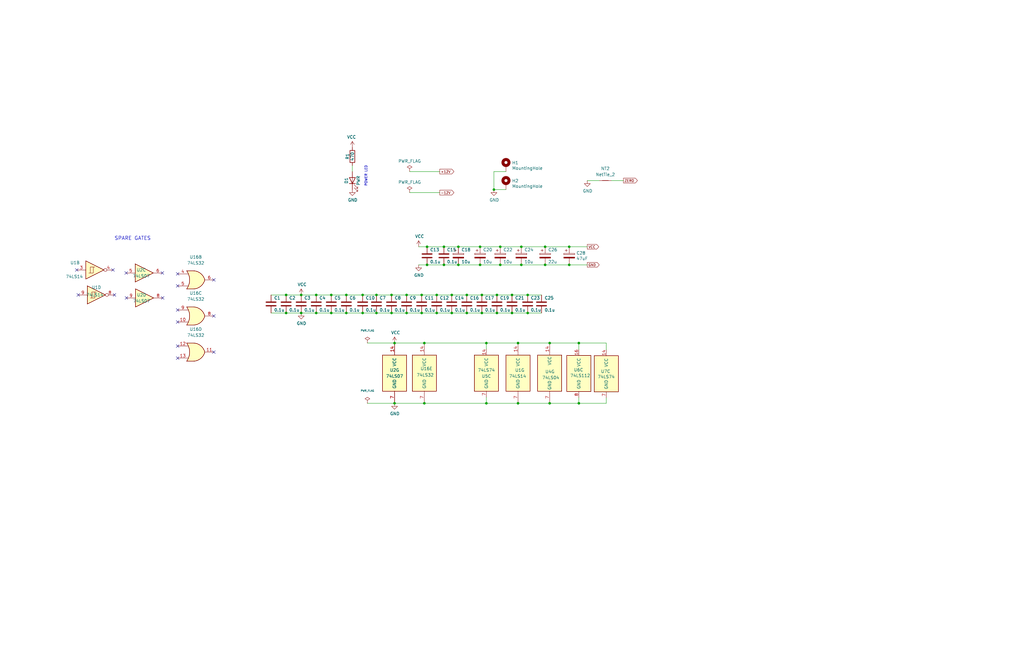
<source format=kicad_sch>
(kicad_sch (version 20211123) (generator eeschema)

  (uuid 6b243e9d-5e90-4a21-861b-d50de3ac528b)

  (paper "B")

  (title_block
    (title "Duodyne TMS9995 CPU board")
    (date "2023-10-29")
    (rev "V0.7")
  )

  (lib_symbols
    (symbol "74xx:74LS04" (in_bom yes) (on_board yes)
      (property "Reference" "U" (id 0) (at 0 1.27 0)
        (effects (font (size 1.27 1.27)))
      )
      (property "Value" "74LS04" (id 1) (at 0 -1.27 0)
        (effects (font (size 1.27 1.27)))
      )
      (property "Footprint" "" (id 2) (at 0 0 0)
        (effects (font (size 1.27 1.27)) hide)
      )
      (property "Datasheet" "http://www.ti.com/lit/gpn/sn74LS04" (id 3) (at 0 0 0)
        (effects (font (size 1.27 1.27)) hide)
      )
      (property "ki_locked" "" (id 4) (at 0 0 0)
        (effects (font (size 1.27 1.27)))
      )
      (property "ki_keywords" "TTL not inv" (id 5) (at 0 0 0)
        (effects (font (size 1.27 1.27)) hide)
      )
      (property "ki_description" "Hex Inverter" (id 6) (at 0 0 0)
        (effects (font (size 1.27 1.27)) hide)
      )
      (property "ki_fp_filters" "DIP*W7.62mm* SSOP?14* TSSOP?14*" (id 7) (at 0 0 0)
        (effects (font (size 1.27 1.27)) hide)
      )
      (symbol "74LS04_1_0"
        (polyline
          (pts
            (xy -3.81 3.81)
            (xy -3.81 -3.81)
            (xy 3.81 0)
            (xy -3.81 3.81)
          )
          (stroke (width 0.254) (type default) (color 0 0 0 0))
          (fill (type background))
        )
        (pin input line (at -7.62 0 0) (length 3.81)
          (name "~" (effects (font (size 1.27 1.27))))
          (number "1" (effects (font (size 1.27 1.27))))
        )
        (pin output inverted (at 7.62 0 180) (length 3.81)
          (name "~" (effects (font (size 1.27 1.27))))
          (number "2" (effects (font (size 1.27 1.27))))
        )
      )
      (symbol "74LS04_2_0"
        (polyline
          (pts
            (xy -3.81 3.81)
            (xy -3.81 -3.81)
            (xy 3.81 0)
            (xy -3.81 3.81)
          )
          (stroke (width 0.254) (type default) (color 0 0 0 0))
          (fill (type background))
        )
        (pin input line (at -7.62 0 0) (length 3.81)
          (name "~" (effects (font (size 1.27 1.27))))
          (number "3" (effects (font (size 1.27 1.27))))
        )
        (pin output inverted (at 7.62 0 180) (length 3.81)
          (name "~" (effects (font (size 1.27 1.27))))
          (number "4" (effects (font (size 1.27 1.27))))
        )
      )
      (symbol "74LS04_3_0"
        (polyline
          (pts
            (xy -3.81 3.81)
            (xy -3.81 -3.81)
            (xy 3.81 0)
            (xy -3.81 3.81)
          )
          (stroke (width 0.254) (type default) (color 0 0 0 0))
          (fill (type background))
        )
        (pin input line (at -7.62 0 0) (length 3.81)
          (name "~" (effects (font (size 1.27 1.27))))
          (number "5" (effects (font (size 1.27 1.27))))
        )
        (pin output inverted (at 7.62 0 180) (length 3.81)
          (name "~" (effects (font (size 1.27 1.27))))
          (number "6" (effects (font (size 1.27 1.27))))
        )
      )
      (symbol "74LS04_4_0"
        (polyline
          (pts
            (xy -3.81 3.81)
            (xy -3.81 -3.81)
            (xy 3.81 0)
            (xy -3.81 3.81)
          )
          (stroke (width 0.254) (type default) (color 0 0 0 0))
          (fill (type background))
        )
        (pin output inverted (at 7.62 0 180) (length 3.81)
          (name "~" (effects (font (size 1.27 1.27))))
          (number "8" (effects (font (size 1.27 1.27))))
        )
        (pin input line (at -7.62 0 0) (length 3.81)
          (name "~" (effects (font (size 1.27 1.27))))
          (number "9" (effects (font (size 1.27 1.27))))
        )
      )
      (symbol "74LS04_5_0"
        (polyline
          (pts
            (xy -3.81 3.81)
            (xy -3.81 -3.81)
            (xy 3.81 0)
            (xy -3.81 3.81)
          )
          (stroke (width 0.254) (type default) (color 0 0 0 0))
          (fill (type background))
        )
        (pin output inverted (at 7.62 0 180) (length 3.81)
          (name "~" (effects (font (size 1.27 1.27))))
          (number "10" (effects (font (size 1.27 1.27))))
        )
        (pin input line (at -7.62 0 0) (length 3.81)
          (name "~" (effects (font (size 1.27 1.27))))
          (number "11" (effects (font (size 1.27 1.27))))
        )
      )
      (symbol "74LS04_6_0"
        (polyline
          (pts
            (xy -3.81 3.81)
            (xy -3.81 -3.81)
            (xy 3.81 0)
            (xy -3.81 3.81)
          )
          (stroke (width 0.254) (type default) (color 0 0 0 0))
          (fill (type background))
        )
        (pin output inverted (at 7.62 0 180) (length 3.81)
          (name "~" (effects (font (size 1.27 1.27))))
          (number "12" (effects (font (size 1.27 1.27))))
        )
        (pin input line (at -7.62 0 0) (length 3.81)
          (name "~" (effects (font (size 1.27 1.27))))
          (number "13" (effects (font (size 1.27 1.27))))
        )
      )
      (symbol "74LS04_7_0"
        (pin power_in line (at 0 12.7 270) (length 5.08)
          (name "VCC" (effects (font (size 1.27 1.27))))
          (number "14" (effects (font (size 1.27 1.27))))
        )
        (pin power_in line (at 0 -12.7 90) (length 5.08)
          (name "GND" (effects (font (size 1.27 1.27))))
          (number "7" (effects (font (size 1.27 1.27))))
        )
      )
      (symbol "74LS04_7_1"
        (rectangle (start -5.08 7.62) (end 5.08 -7.62)
          (stroke (width 0.254) (type default) (color 0 0 0 0))
          (fill (type background))
        )
      )
    )
    (symbol "74xx:74LS07" (pin_names (offset 1.016)) (in_bom yes) (on_board yes)
      (property "Reference" "U" (id 0) (at 0 1.27 0)
        (effects (font (size 1.27 1.27)))
      )
      (property "Value" "74LS07" (id 1) (at 0 -1.27 0)
        (effects (font (size 1.27 1.27)))
      )
      (property "Footprint" "" (id 2) (at 0 0 0)
        (effects (font (size 1.27 1.27)) hide)
      )
      (property "Datasheet" "www.ti.com/lit/ds/symlink/sn74ls07.pdf" (id 3) (at 0 0 0)
        (effects (font (size 1.27 1.27)) hide)
      )
      (property "ki_locked" "" (id 4) (at 0 0 0)
        (effects (font (size 1.27 1.27)))
      )
      (property "ki_keywords" "TTL hex buffer OpenCol" (id 5) (at 0 0 0)
        (effects (font (size 1.27 1.27)) hide)
      )
      (property "ki_description" "Hex Buffers and Drivers With Open Collector High Voltage Outputs" (id 6) (at 0 0 0)
        (effects (font (size 1.27 1.27)) hide)
      )
      (property "ki_fp_filters" "SOIC*3.9x8.7mm*P1.27mm* TSSOP*4.4x5mm*P0.65mm* DIP*W7.62mm*" (id 7) (at 0 0 0)
        (effects (font (size 1.27 1.27)) hide)
      )
      (symbol "74LS07_1_0"
        (polyline
          (pts
            (xy -3.81 3.81)
            (xy -3.81 -3.81)
            (xy 3.81 0)
            (xy -3.81 3.81)
          )
          (stroke (width 0.254) (type default) (color 0 0 0 0))
          (fill (type background))
        )
        (pin input line (at -7.62 0 0) (length 3.81)
          (name "~" (effects (font (size 1.27 1.27))))
          (number "1" (effects (font (size 1.27 1.27))))
        )
        (pin open_collector line (at 7.62 0 180) (length 3.81)
          (name "~" (effects (font (size 1.27 1.27))))
          (number "2" (effects (font (size 1.27 1.27))))
        )
      )
      (symbol "74LS07_2_0"
        (polyline
          (pts
            (xy -3.81 3.81)
            (xy -3.81 -3.81)
            (xy 3.81 0)
            (xy -3.81 3.81)
          )
          (stroke (width 0.254) (type default) (color 0 0 0 0))
          (fill (type background))
        )
        (pin input line (at -7.62 0 0) (length 3.81)
          (name "~" (effects (font (size 1.27 1.27))))
          (number "3" (effects (font (size 1.27 1.27))))
        )
        (pin open_collector line (at 7.62 0 180) (length 3.81)
          (name "~" (effects (font (size 1.27 1.27))))
          (number "4" (effects (font (size 1.27 1.27))))
        )
      )
      (symbol "74LS07_3_0"
        (polyline
          (pts
            (xy -3.81 3.81)
            (xy -3.81 -3.81)
            (xy 3.81 0)
            (xy -3.81 3.81)
          )
          (stroke (width 0.254) (type default) (color 0 0 0 0))
          (fill (type background))
        )
        (pin input line (at -7.62 0 0) (length 3.81)
          (name "~" (effects (font (size 1.27 1.27))))
          (number "5" (effects (font (size 1.27 1.27))))
        )
        (pin open_collector line (at 7.62 0 180) (length 3.81)
          (name "~" (effects (font (size 1.27 1.27))))
          (number "6" (effects (font (size 1.27 1.27))))
        )
      )
      (symbol "74LS07_4_0"
        (polyline
          (pts
            (xy -3.81 3.81)
            (xy -3.81 -3.81)
            (xy 3.81 0)
            (xy -3.81 3.81)
          )
          (stroke (width 0.254) (type default) (color 0 0 0 0))
          (fill (type background))
        )
        (pin open_collector line (at 7.62 0 180) (length 3.81)
          (name "~" (effects (font (size 1.27 1.27))))
          (number "8" (effects (font (size 1.27 1.27))))
        )
        (pin input line (at -7.62 0 0) (length 3.81)
          (name "~" (effects (font (size 1.27 1.27))))
          (number "9" (effects (font (size 1.27 1.27))))
        )
      )
      (symbol "74LS07_5_0"
        (polyline
          (pts
            (xy -3.81 3.81)
            (xy -3.81 -3.81)
            (xy 3.81 0)
            (xy -3.81 3.81)
          )
          (stroke (width 0.254) (type default) (color 0 0 0 0))
          (fill (type background))
        )
        (pin open_collector line (at 7.62 0 180) (length 3.81)
          (name "~" (effects (font (size 1.27 1.27))))
          (number "10" (effects (font (size 1.27 1.27))))
        )
        (pin input line (at -7.62 0 0) (length 3.81)
          (name "~" (effects (font (size 1.27 1.27))))
          (number "11" (effects (font (size 1.27 1.27))))
        )
      )
      (symbol "74LS07_6_0"
        (polyline
          (pts
            (xy -3.81 3.81)
            (xy -3.81 -3.81)
            (xy 3.81 0)
            (xy -3.81 3.81)
          )
          (stroke (width 0.254) (type default) (color 0 0 0 0))
          (fill (type background))
        )
        (pin open_collector line (at 7.62 0 180) (length 3.81)
          (name "~" (effects (font (size 1.27 1.27))))
          (number "12" (effects (font (size 1.27 1.27))))
        )
        (pin input line (at -7.62 0 0) (length 3.81)
          (name "~" (effects (font (size 1.27 1.27))))
          (number "13" (effects (font (size 1.27 1.27))))
        )
      )
      (symbol "74LS07_7_0"
        (pin power_in line (at 0 12.7 270) (length 5.08)
          (name "VCC" (effects (font (size 1.27 1.27))))
          (number "14" (effects (font (size 1.27 1.27))))
        )
        (pin power_in line (at 0 -12.7 90) (length 5.08)
          (name "GND" (effects (font (size 1.27 1.27))))
          (number "7" (effects (font (size 1.27 1.27))))
        )
      )
      (symbol "74LS07_7_1"
        (rectangle (start -5.08 7.62) (end 5.08 -7.62)
          (stroke (width 0.254) (type default) (color 0 0 0 0))
          (fill (type background))
        )
      )
    )
    (symbol "74xx:74LS112" (pin_names (offset 1.016)) (in_bom yes) (on_board yes)
      (property "Reference" "U" (id 0) (at -7.62 8.89 0)
        (effects (font (size 1.27 1.27)))
      )
      (property "Value" "74LS112" (id 1) (at -7.62 -8.89 0)
        (effects (font (size 1.27 1.27)))
      )
      (property "Footprint" "" (id 2) (at 0 0 0)
        (effects (font (size 1.27 1.27)) hide)
      )
      (property "Datasheet" "http://www.ti.com/lit/gpn/sn74LS112" (id 3) (at 0 0 0)
        (effects (font (size 1.27 1.27)) hide)
      )
      (property "ki_locked" "" (id 4) (at 0 0 0)
        (effects (font (size 1.27 1.27)))
      )
      (property "ki_keywords" "TTL JK" (id 5) (at 0 0 0)
        (effects (font (size 1.27 1.27)) hide)
      )
      (property "ki_description" "dual JK Flip-Flop, Set & Reset" (id 6) (at 0 0 0)
        (effects (font (size 1.27 1.27)) hide)
      )
      (property "ki_fp_filters" "DIP?16*" (id 7) (at 0 0 0)
        (effects (font (size 1.27 1.27)) hide)
      )
      (symbol "74LS112_1_0"
        (pin input clock (at -7.62 0 0) (length 2.54)
          (name "C" (effects (font (size 1.27 1.27))))
          (number "1" (effects (font (size 1.27 1.27))))
        )
        (pin input line (at 0 -7.62 90) (length 2.54)
          (name "~{R}" (effects (font (size 1.27 1.27))))
          (number "15" (effects (font (size 1.27 1.27))))
        )
        (pin input line (at -7.62 -2.54 0) (length 2.54)
          (name "K" (effects (font (size 1.27 1.27))))
          (number "2" (effects (font (size 1.27 1.27))))
        )
        (pin input line (at -7.62 2.54 0) (length 2.54)
          (name "J" (effects (font (size 1.27 1.27))))
          (number "3" (effects (font (size 1.27 1.27))))
        )
        (pin input line (at 0 7.62 270) (length 2.54)
          (name "~{S}" (effects (font (size 1.27 1.27))))
          (number "4" (effects (font (size 1.27 1.27))))
        )
        (pin output line (at 7.62 2.54 180) (length 2.54)
          (name "Q" (effects (font (size 1.27 1.27))))
          (number "5" (effects (font (size 1.27 1.27))))
        )
        (pin output line (at 7.62 -2.54 180) (length 2.54)
          (name "~{Q}" (effects (font (size 1.27 1.27))))
          (number "6" (effects (font (size 1.27 1.27))))
        )
      )
      (symbol "74LS112_1_1"
        (rectangle (start -5.08 5.08) (end 5.08 -5.08)
          (stroke (width 0.254) (type default) (color 0 0 0 0))
          (fill (type background))
        )
      )
      (symbol "74LS112_2_0"
        (pin input line (at 0 7.62 270) (length 2.54)
          (name "~{S}" (effects (font (size 1.27 1.27))))
          (number "10" (effects (font (size 1.27 1.27))))
        )
        (pin input line (at -7.62 2.54 0) (length 2.54)
          (name "J" (effects (font (size 1.27 1.27))))
          (number "11" (effects (font (size 1.27 1.27))))
        )
        (pin input line (at -7.62 -2.54 0) (length 2.54)
          (name "K" (effects (font (size 1.27 1.27))))
          (number "12" (effects (font (size 1.27 1.27))))
        )
        (pin input clock (at -7.62 0 0) (length 2.54)
          (name "C" (effects (font (size 1.27 1.27))))
          (number "13" (effects (font (size 1.27 1.27))))
        )
        (pin input line (at 0 -7.62 90) (length 2.54)
          (name "~{R}" (effects (font (size 1.27 1.27))))
          (number "14" (effects (font (size 1.27 1.27))))
        )
        (pin output line (at 7.62 -2.54 180) (length 2.54)
          (name "~{Q}" (effects (font (size 1.27 1.27))))
          (number "7" (effects (font (size 1.27 1.27))))
        )
        (pin output line (at 7.62 2.54 180) (length 2.54)
          (name "Q" (effects (font (size 1.27 1.27))))
          (number "9" (effects (font (size 1.27 1.27))))
        )
      )
      (symbol "74LS112_2_1"
        (rectangle (start -5.08 5.08) (end 5.08 -5.08)
          (stroke (width 0.254) (type default) (color 0 0 0 0))
          (fill (type background))
        )
      )
      (symbol "74LS112_3_0"
        (pin power_in line (at 0 10.16 270) (length 2.54)
          (name "VCC" (effects (font (size 1.27 1.27))))
          (number "16" (effects (font (size 1.27 1.27))))
        )
        (pin power_in line (at 0 -10.16 90) (length 2.54)
          (name "GND" (effects (font (size 1.27 1.27))))
          (number "8" (effects (font (size 1.27 1.27))))
        )
      )
      (symbol "74LS112_3_1"
        (rectangle (start -5.08 7.62) (end 5.08 -7.62)
          (stroke (width 0.254) (type default) (color 0 0 0 0))
          (fill (type background))
        )
      )
    )
    (symbol "74xx:74LS14" (pin_names (offset 1.016)) (in_bom yes) (on_board yes)
      (property "Reference" "U" (id 0) (at 0 1.27 0)
        (effects (font (size 1.27 1.27)))
      )
      (property "Value" "74LS14" (id 1) (at 0 -1.27 0)
        (effects (font (size 1.27 1.27)))
      )
      (property "Footprint" "" (id 2) (at 0 0 0)
        (effects (font (size 1.27 1.27)) hide)
      )
      (property "Datasheet" "http://www.ti.com/lit/gpn/sn74LS14" (id 3) (at 0 0 0)
        (effects (font (size 1.27 1.27)) hide)
      )
      (property "ki_locked" "" (id 4) (at 0 0 0)
        (effects (font (size 1.27 1.27)))
      )
      (property "ki_keywords" "TTL not inverter" (id 5) (at 0 0 0)
        (effects (font (size 1.27 1.27)) hide)
      )
      (property "ki_description" "Hex inverter schmitt trigger" (id 6) (at 0 0 0)
        (effects (font (size 1.27 1.27)) hide)
      )
      (property "ki_fp_filters" "DIP*W7.62mm*" (id 7) (at 0 0 0)
        (effects (font (size 1.27 1.27)) hide)
      )
      (symbol "74LS14_1_0"
        (polyline
          (pts
            (xy -3.81 3.81)
            (xy -3.81 -3.81)
            (xy 3.81 0)
            (xy -3.81 3.81)
          )
          (stroke (width 0.254) (type default) (color 0 0 0 0))
          (fill (type background))
        )
        (pin input line (at -7.62 0 0) (length 3.81)
          (name "~" (effects (font (size 1.27 1.27))))
          (number "1" (effects (font (size 1.27 1.27))))
        )
        (pin output inverted (at 7.62 0 180) (length 3.81)
          (name "~" (effects (font (size 1.27 1.27))))
          (number "2" (effects (font (size 1.27 1.27))))
        )
      )
      (symbol "74LS14_1_1"
        (polyline
          (pts
            (xy -1.905 -1.27)
            (xy -1.905 1.27)
            (xy -0.635 1.27)
          )
          (stroke (width 0) (type default) (color 0 0 0 0))
          (fill (type none))
        )
        (polyline
          (pts
            (xy -2.54 -1.27)
            (xy -0.635 -1.27)
            (xy -0.635 1.27)
            (xy 0 1.27)
          )
          (stroke (width 0) (type default) (color 0 0 0 0))
          (fill (type none))
        )
      )
      (symbol "74LS14_2_0"
        (polyline
          (pts
            (xy -3.81 3.81)
            (xy -3.81 -3.81)
            (xy 3.81 0)
            (xy -3.81 3.81)
          )
          (stroke (width 0.254) (type default) (color 0 0 0 0))
          (fill (type background))
        )
        (pin input line (at -7.62 0 0) (length 3.81)
          (name "~" (effects (font (size 1.27 1.27))))
          (number "3" (effects (font (size 1.27 1.27))))
        )
        (pin output inverted (at 7.62 0 180) (length 3.81)
          (name "~" (effects (font (size 1.27 1.27))))
          (number "4" (effects (font (size 1.27 1.27))))
        )
      )
      (symbol "74LS14_2_1"
        (polyline
          (pts
            (xy -1.905 -1.27)
            (xy -1.905 1.27)
            (xy -0.635 1.27)
          )
          (stroke (width 0) (type default) (color 0 0 0 0))
          (fill (type none))
        )
        (polyline
          (pts
            (xy -2.54 -1.27)
            (xy -0.635 -1.27)
            (xy -0.635 1.27)
            (xy 0 1.27)
          )
          (stroke (width 0) (type default) (color 0 0 0 0))
          (fill (type none))
        )
      )
      (symbol "74LS14_3_0"
        (polyline
          (pts
            (xy -3.81 3.81)
            (xy -3.81 -3.81)
            (xy 3.81 0)
            (xy -3.81 3.81)
          )
          (stroke (width 0.254) (type default) (color 0 0 0 0))
          (fill (type background))
        )
        (pin input line (at -7.62 0 0) (length 3.81)
          (name "~" (effects (font (size 1.27 1.27))))
          (number "5" (effects (font (size 1.27 1.27))))
        )
        (pin output inverted (at 7.62 0 180) (length 3.81)
          (name "~" (effects (font (size 1.27 1.27))))
          (number "6" (effects (font (size 1.27 1.27))))
        )
      )
      (symbol "74LS14_3_1"
        (polyline
          (pts
            (xy -1.905 -1.27)
            (xy -1.905 1.27)
            (xy -0.635 1.27)
          )
          (stroke (width 0) (type default) (color 0 0 0 0))
          (fill (type none))
        )
        (polyline
          (pts
            (xy -2.54 -1.27)
            (xy -0.635 -1.27)
            (xy -0.635 1.27)
            (xy 0 1.27)
          )
          (stroke (width 0) (type default) (color 0 0 0 0))
          (fill (type none))
        )
      )
      (symbol "74LS14_4_0"
        (polyline
          (pts
            (xy -3.81 3.81)
            (xy -3.81 -3.81)
            (xy 3.81 0)
            (xy -3.81 3.81)
          )
          (stroke (width 0.254) (type default) (color 0 0 0 0))
          (fill (type background))
        )
        (pin output inverted (at 7.62 0 180) (length 3.81)
          (name "~" (effects (font (size 1.27 1.27))))
          (number "8" (effects (font (size 1.27 1.27))))
        )
        (pin input line (at -7.62 0 0) (length 3.81)
          (name "~" (effects (font (size 1.27 1.27))))
          (number "9" (effects (font (size 1.27 1.27))))
        )
      )
      (symbol "74LS14_4_1"
        (polyline
          (pts
            (xy -1.905 -1.27)
            (xy -1.905 1.27)
            (xy -0.635 1.27)
          )
          (stroke (width 0) (type default) (color 0 0 0 0))
          (fill (type none))
        )
        (polyline
          (pts
            (xy -2.54 -1.27)
            (xy -0.635 -1.27)
            (xy -0.635 1.27)
            (xy 0 1.27)
          )
          (stroke (width 0) (type default) (color 0 0 0 0))
          (fill (type none))
        )
      )
      (symbol "74LS14_5_0"
        (polyline
          (pts
            (xy -3.81 3.81)
            (xy -3.81 -3.81)
            (xy 3.81 0)
            (xy -3.81 3.81)
          )
          (stroke (width 0.254) (type default) (color 0 0 0 0))
          (fill (type background))
        )
        (pin output inverted (at 7.62 0 180) (length 3.81)
          (name "~" (effects (font (size 1.27 1.27))))
          (number "10" (effects (font (size 1.27 1.27))))
        )
        (pin input line (at -7.62 0 0) (length 3.81)
          (name "~" (effects (font (size 1.27 1.27))))
          (number "11" (effects (font (size 1.27 1.27))))
        )
      )
      (symbol "74LS14_5_1"
        (polyline
          (pts
            (xy -1.905 -1.27)
            (xy -1.905 1.27)
            (xy -0.635 1.27)
          )
          (stroke (width 0) (type default) (color 0 0 0 0))
          (fill (type none))
        )
        (polyline
          (pts
            (xy -2.54 -1.27)
            (xy -0.635 -1.27)
            (xy -0.635 1.27)
            (xy 0 1.27)
          )
          (stroke (width 0) (type default) (color 0 0 0 0))
          (fill (type none))
        )
      )
      (symbol "74LS14_6_0"
        (polyline
          (pts
            (xy -3.81 3.81)
            (xy -3.81 -3.81)
            (xy 3.81 0)
            (xy -3.81 3.81)
          )
          (stroke (width 0.254) (type default) (color 0 0 0 0))
          (fill (type background))
        )
        (pin output inverted (at 7.62 0 180) (length 3.81)
          (name "~" (effects (font (size 1.27 1.27))))
          (number "12" (effects (font (size 1.27 1.27))))
        )
        (pin input line (at -7.62 0 0) (length 3.81)
          (name "~" (effects (font (size 1.27 1.27))))
          (number "13" (effects (font (size 1.27 1.27))))
        )
      )
      (symbol "74LS14_6_1"
        (polyline
          (pts
            (xy -1.905 -1.27)
            (xy -1.905 1.27)
            (xy -0.635 1.27)
          )
          (stroke (width 0) (type default) (color 0 0 0 0))
          (fill (type none))
        )
        (polyline
          (pts
            (xy -2.54 -1.27)
            (xy -0.635 -1.27)
            (xy -0.635 1.27)
            (xy 0 1.27)
          )
          (stroke (width 0) (type default) (color 0 0 0 0))
          (fill (type none))
        )
      )
      (symbol "74LS14_7_0"
        (pin power_in line (at 0 12.7 270) (length 5.08)
          (name "VCC" (effects (font (size 1.27 1.27))))
          (number "14" (effects (font (size 1.27 1.27))))
        )
        (pin power_in line (at 0 -12.7 90) (length 5.08)
          (name "GND" (effects (font (size 1.27 1.27))))
          (number "7" (effects (font (size 1.27 1.27))))
        )
      )
      (symbol "74LS14_7_1"
        (rectangle (start -5.08 7.62) (end 5.08 -7.62)
          (stroke (width 0.254) (type default) (color 0 0 0 0))
          (fill (type background))
        )
      )
    )
    (symbol "74xx:74LS32" (pin_names (offset 1.016)) (in_bom yes) (on_board yes)
      (property "Reference" "U" (id 0) (at 0 1.27 0)
        (effects (font (size 1.27 1.27)))
      )
      (property "Value" "74LS32" (id 1) (at 0 -1.27 0)
        (effects (font (size 1.27 1.27)))
      )
      (property "Footprint" "" (id 2) (at 0 0 0)
        (effects (font (size 1.27 1.27)) hide)
      )
      (property "Datasheet" "http://www.ti.com/lit/gpn/sn74LS32" (id 3) (at 0 0 0)
        (effects (font (size 1.27 1.27)) hide)
      )
      (property "ki_locked" "" (id 4) (at 0 0 0)
        (effects (font (size 1.27 1.27)))
      )
      (property "ki_keywords" "TTL Or2" (id 5) (at 0 0 0)
        (effects (font (size 1.27 1.27)) hide)
      )
      (property "ki_description" "Quad 2-input OR" (id 6) (at 0 0 0)
        (effects (font (size 1.27 1.27)) hide)
      )
      (property "ki_fp_filters" "DIP?14*" (id 7) (at 0 0 0)
        (effects (font (size 1.27 1.27)) hide)
      )
      (symbol "74LS32_1_1"
        (arc (start -3.81 -3.81) (mid -2.589 0) (end -3.81 3.81)
          (stroke (width 0.254) (type default) (color 0 0 0 0))
          (fill (type none))
        )
        (arc (start -0.6096 -3.81) (mid 2.1842 -2.5851) (end 3.81 0)
          (stroke (width 0.254) (type default) (color 0 0 0 0))
          (fill (type background))
        )
        (polyline
          (pts
            (xy -3.81 -3.81)
            (xy -0.635 -3.81)
          )
          (stroke (width 0.254) (type default) (color 0 0 0 0))
          (fill (type background))
        )
        (polyline
          (pts
            (xy -3.81 3.81)
            (xy -0.635 3.81)
          )
          (stroke (width 0.254) (type default) (color 0 0 0 0))
          (fill (type background))
        )
        (polyline
          (pts
            (xy -0.635 3.81)
            (xy -3.81 3.81)
            (xy -3.81 3.81)
            (xy -3.556 3.4036)
            (xy -3.0226 2.2606)
            (xy -2.6924 1.0414)
            (xy -2.6162 -0.254)
            (xy -2.7686 -1.4986)
            (xy -3.175 -2.7178)
            (xy -3.81 -3.81)
            (xy -3.81 -3.81)
            (xy -0.635 -3.81)
          )
          (stroke (width -25.4) (type default) (color 0 0 0 0))
          (fill (type background))
        )
        (arc (start 3.81 0) (mid 2.1915 2.5936) (end -0.6096 3.81)
          (stroke (width 0.254) (type default) (color 0 0 0 0))
          (fill (type background))
        )
        (pin input line (at -7.62 2.54 0) (length 4.318)
          (name "~" (effects (font (size 1.27 1.27))))
          (number "1" (effects (font (size 1.27 1.27))))
        )
        (pin input line (at -7.62 -2.54 0) (length 4.318)
          (name "~" (effects (font (size 1.27 1.27))))
          (number "2" (effects (font (size 1.27 1.27))))
        )
        (pin output line (at 7.62 0 180) (length 3.81)
          (name "~" (effects (font (size 1.27 1.27))))
          (number "3" (effects (font (size 1.27 1.27))))
        )
      )
      (symbol "74LS32_1_2"
        (arc (start 0 -3.81) (mid 3.81 0) (end 0 3.81)
          (stroke (width 0.254) (type default) (color 0 0 0 0))
          (fill (type background))
        )
        (polyline
          (pts
            (xy 0 3.81)
            (xy -3.81 3.81)
            (xy -3.81 -3.81)
            (xy 0 -3.81)
          )
          (stroke (width 0.254) (type default) (color 0 0 0 0))
          (fill (type background))
        )
        (pin input inverted (at -7.62 2.54 0) (length 3.81)
          (name "~" (effects (font (size 1.27 1.27))))
          (number "1" (effects (font (size 1.27 1.27))))
        )
        (pin input inverted (at -7.62 -2.54 0) (length 3.81)
          (name "~" (effects (font (size 1.27 1.27))))
          (number "2" (effects (font (size 1.27 1.27))))
        )
        (pin output inverted (at 7.62 0 180) (length 3.81)
          (name "~" (effects (font (size 1.27 1.27))))
          (number "3" (effects (font (size 1.27 1.27))))
        )
      )
      (symbol "74LS32_2_1"
        (arc (start -3.81 -3.81) (mid -2.589 0) (end -3.81 3.81)
          (stroke (width 0.254) (type default) (color 0 0 0 0))
          (fill (type none))
        )
        (arc (start -0.6096 -3.81) (mid 2.1842 -2.5851) (end 3.81 0)
          (stroke (width 0.254) (type default) (color 0 0 0 0))
          (fill (type background))
        )
        (polyline
          (pts
            (xy -3.81 -3.81)
            (xy -0.635 -3.81)
          )
          (stroke (width 0.254) (type default) (color 0 0 0 0))
          (fill (type background))
        )
        (polyline
          (pts
            (xy -3.81 3.81)
            (xy -0.635 3.81)
          )
          (stroke (width 0.254) (type default) (color 0 0 0 0))
          (fill (type background))
        )
        (polyline
          (pts
            (xy -0.635 3.81)
            (xy -3.81 3.81)
            (xy -3.81 3.81)
            (xy -3.556 3.4036)
            (xy -3.0226 2.2606)
            (xy -2.6924 1.0414)
            (xy -2.6162 -0.254)
            (xy -2.7686 -1.4986)
            (xy -3.175 -2.7178)
            (xy -3.81 -3.81)
            (xy -3.81 -3.81)
            (xy -0.635 -3.81)
          )
          (stroke (width -25.4) (type default) (color 0 0 0 0))
          (fill (type background))
        )
        (arc (start 3.81 0) (mid 2.1915 2.5936) (end -0.6096 3.81)
          (stroke (width 0.254) (type default) (color 0 0 0 0))
          (fill (type background))
        )
        (pin input line (at -7.62 2.54 0) (length 4.318)
          (name "~" (effects (font (size 1.27 1.27))))
          (number "4" (effects (font (size 1.27 1.27))))
        )
        (pin input line (at -7.62 -2.54 0) (length 4.318)
          (name "~" (effects (font (size 1.27 1.27))))
          (number "5" (effects (font (size 1.27 1.27))))
        )
        (pin output line (at 7.62 0 180) (length 3.81)
          (name "~" (effects (font (size 1.27 1.27))))
          (number "6" (effects (font (size 1.27 1.27))))
        )
      )
      (symbol "74LS32_2_2"
        (arc (start 0 -3.81) (mid 3.81 0) (end 0 3.81)
          (stroke (width 0.254) (type default) (color 0 0 0 0))
          (fill (type background))
        )
        (polyline
          (pts
            (xy 0 3.81)
            (xy -3.81 3.81)
            (xy -3.81 -3.81)
            (xy 0 -3.81)
          )
          (stroke (width 0.254) (type default) (color 0 0 0 0))
          (fill (type background))
        )
        (pin input inverted (at -7.62 2.54 0) (length 3.81)
          (name "~" (effects (font (size 1.27 1.27))))
          (number "4" (effects (font (size 1.27 1.27))))
        )
        (pin input inverted (at -7.62 -2.54 0) (length 3.81)
          (name "~" (effects (font (size 1.27 1.27))))
          (number "5" (effects (font (size 1.27 1.27))))
        )
        (pin output inverted (at 7.62 0 180) (length 3.81)
          (name "~" (effects (font (size 1.27 1.27))))
          (number "6" (effects (font (size 1.27 1.27))))
        )
      )
      (symbol "74LS32_3_1"
        (arc (start -3.81 -3.81) (mid -2.589 0) (end -3.81 3.81)
          (stroke (width 0.254) (type default) (color 0 0 0 0))
          (fill (type none))
        )
        (arc (start -0.6096 -3.81) (mid 2.1842 -2.5851) (end 3.81 0)
          (stroke (width 0.254) (type default) (color 0 0 0 0))
          (fill (type background))
        )
        (polyline
          (pts
            (xy -3.81 -3.81)
            (xy -0.635 -3.81)
          )
          (stroke (width 0.254) (type default) (color 0 0 0 0))
          (fill (type background))
        )
        (polyline
          (pts
            (xy -3.81 3.81)
            (xy -0.635 3.81)
          )
          (stroke (width 0.254) (type default) (color 0 0 0 0))
          (fill (type background))
        )
        (polyline
          (pts
            (xy -0.635 3.81)
            (xy -3.81 3.81)
            (xy -3.81 3.81)
            (xy -3.556 3.4036)
            (xy -3.0226 2.2606)
            (xy -2.6924 1.0414)
            (xy -2.6162 -0.254)
            (xy -2.7686 -1.4986)
            (xy -3.175 -2.7178)
            (xy -3.81 -3.81)
            (xy -3.81 -3.81)
            (xy -0.635 -3.81)
          )
          (stroke (width -25.4) (type default) (color 0 0 0 0))
          (fill (type background))
        )
        (arc (start 3.81 0) (mid 2.1915 2.5936) (end -0.6096 3.81)
          (stroke (width 0.254) (type default) (color 0 0 0 0))
          (fill (type background))
        )
        (pin input line (at -7.62 -2.54 0) (length 4.318)
          (name "~" (effects (font (size 1.27 1.27))))
          (number "10" (effects (font (size 1.27 1.27))))
        )
        (pin output line (at 7.62 0 180) (length 3.81)
          (name "~" (effects (font (size 1.27 1.27))))
          (number "8" (effects (font (size 1.27 1.27))))
        )
        (pin input line (at -7.62 2.54 0) (length 4.318)
          (name "~" (effects (font (size 1.27 1.27))))
          (number "9" (effects (font (size 1.27 1.27))))
        )
      )
      (symbol "74LS32_3_2"
        (arc (start 0 -3.81) (mid 3.81 0) (end 0 3.81)
          (stroke (width 0.254) (type default) (color 0 0 0 0))
          (fill (type background))
        )
        (polyline
          (pts
            (xy 0 3.81)
            (xy -3.81 3.81)
            (xy -3.81 -3.81)
            (xy 0 -3.81)
          )
          (stroke (width 0.254) (type default) (color 0 0 0 0))
          (fill (type background))
        )
        (pin input inverted (at -7.62 -2.54 0) (length 3.81)
          (name "~" (effects (font (size 1.27 1.27))))
          (number "10" (effects (font (size 1.27 1.27))))
        )
        (pin output inverted (at 7.62 0 180) (length 3.81)
          (name "~" (effects (font (size 1.27 1.27))))
          (number "8" (effects (font (size 1.27 1.27))))
        )
        (pin input inverted (at -7.62 2.54 0) (length 3.81)
          (name "~" (effects (font (size 1.27 1.27))))
          (number "9" (effects (font (size 1.27 1.27))))
        )
      )
      (symbol "74LS32_4_1"
        (arc (start -3.81 -3.81) (mid -2.589 0) (end -3.81 3.81)
          (stroke (width 0.254) (type default) (color 0 0 0 0))
          (fill (type none))
        )
        (arc (start -0.6096 -3.81) (mid 2.1842 -2.5851) (end 3.81 0)
          (stroke (width 0.254) (type default) (color 0 0 0 0))
          (fill (type background))
        )
        (polyline
          (pts
            (xy -3.81 -3.81)
            (xy -0.635 -3.81)
          )
          (stroke (width 0.254) (type default) (color 0 0 0 0))
          (fill (type background))
        )
        (polyline
          (pts
            (xy -3.81 3.81)
            (xy -0.635 3.81)
          )
          (stroke (width 0.254) (type default) (color 0 0 0 0))
          (fill (type background))
        )
        (polyline
          (pts
            (xy -0.635 3.81)
            (xy -3.81 3.81)
            (xy -3.81 3.81)
            (xy -3.556 3.4036)
            (xy -3.0226 2.2606)
            (xy -2.6924 1.0414)
            (xy -2.6162 -0.254)
            (xy -2.7686 -1.4986)
            (xy -3.175 -2.7178)
            (xy -3.81 -3.81)
            (xy -3.81 -3.81)
            (xy -0.635 -3.81)
          )
          (stroke (width -25.4) (type default) (color 0 0 0 0))
          (fill (type background))
        )
        (arc (start 3.81 0) (mid 2.1915 2.5936) (end -0.6096 3.81)
          (stroke (width 0.254) (type default) (color 0 0 0 0))
          (fill (type background))
        )
        (pin output line (at 7.62 0 180) (length 3.81)
          (name "~" (effects (font (size 1.27 1.27))))
          (number "11" (effects (font (size 1.27 1.27))))
        )
        (pin input line (at -7.62 2.54 0) (length 4.318)
          (name "~" (effects (font (size 1.27 1.27))))
          (number "12" (effects (font (size 1.27 1.27))))
        )
        (pin input line (at -7.62 -2.54 0) (length 4.318)
          (name "~" (effects (font (size 1.27 1.27))))
          (number "13" (effects (font (size 1.27 1.27))))
        )
      )
      (symbol "74LS32_4_2"
        (arc (start 0 -3.81) (mid 3.81 0) (end 0 3.81)
          (stroke (width 0.254) (type default) (color 0 0 0 0))
          (fill (type background))
        )
        (polyline
          (pts
            (xy 0 3.81)
            (xy -3.81 3.81)
            (xy -3.81 -3.81)
            (xy 0 -3.81)
          )
          (stroke (width 0.254) (type default) (color 0 0 0 0))
          (fill (type background))
        )
        (pin output inverted (at 7.62 0 180) (length 3.81)
          (name "~" (effects (font (size 1.27 1.27))))
          (number "11" (effects (font (size 1.27 1.27))))
        )
        (pin input inverted (at -7.62 2.54 0) (length 3.81)
          (name "~" (effects (font (size 1.27 1.27))))
          (number "12" (effects (font (size 1.27 1.27))))
        )
        (pin input inverted (at -7.62 -2.54 0) (length 3.81)
          (name "~" (effects (font (size 1.27 1.27))))
          (number "13" (effects (font (size 1.27 1.27))))
        )
      )
      (symbol "74LS32_5_0"
        (pin power_in line (at 0 12.7 270) (length 5.08)
          (name "VCC" (effects (font (size 1.27 1.27))))
          (number "14" (effects (font (size 1.27 1.27))))
        )
        (pin power_in line (at 0 -12.7 90) (length 5.08)
          (name "GND" (effects (font (size 1.27 1.27))))
          (number "7" (effects (font (size 1.27 1.27))))
        )
      )
      (symbol "74LS32_5_1"
        (rectangle (start -5.08 7.62) (end 5.08 -7.62)
          (stroke (width 0.254) (type default) (color 0 0 0 0))
          (fill (type background))
        )
      )
    )
    (symbol "74xx:74LS74" (pin_names (offset 1.016)) (in_bom yes) (on_board yes)
      (property "Reference" "U" (id 0) (at -7.62 8.89 0)
        (effects (font (size 1.27 1.27)))
      )
      (property "Value" "74LS74" (id 1) (at -7.62 -8.89 0)
        (effects (font (size 1.27 1.27)))
      )
      (property "Footprint" "" (id 2) (at 0 0 0)
        (effects (font (size 1.27 1.27)) hide)
      )
      (property "Datasheet" "74xx/74hc_hct74.pdf" (id 3) (at 0 0 0)
        (effects (font (size 1.27 1.27)) hide)
      )
      (property "ki_locked" "" (id 4) (at 0 0 0)
        (effects (font (size 1.27 1.27)))
      )
      (property "ki_keywords" "TTL DFF" (id 5) (at 0 0 0)
        (effects (font (size 1.27 1.27)) hide)
      )
      (property "ki_description" "Dual D Flip-flop, Set & Reset" (id 6) (at 0 0 0)
        (effects (font (size 1.27 1.27)) hide)
      )
      (property "ki_fp_filters" "DIP*W7.62mm*" (id 7) (at 0 0 0)
        (effects (font (size 1.27 1.27)) hide)
      )
      (symbol "74LS74_1_0"
        (pin input line (at 0 -7.62 90) (length 2.54)
          (name "~{R}" (effects (font (size 1.27 1.27))))
          (number "1" (effects (font (size 1.27 1.27))))
        )
        (pin input line (at -7.62 2.54 0) (length 2.54)
          (name "D" (effects (font (size 1.27 1.27))))
          (number "2" (effects (font (size 1.27 1.27))))
        )
        (pin input clock (at -7.62 0 0) (length 2.54)
          (name "C" (effects (font (size 1.27 1.27))))
          (number "3" (effects (font (size 1.27 1.27))))
        )
        (pin input line (at 0 7.62 270) (length 2.54)
          (name "~{S}" (effects (font (size 1.27 1.27))))
          (number "4" (effects (font (size 1.27 1.27))))
        )
        (pin output line (at 7.62 2.54 180) (length 2.54)
          (name "Q" (effects (font (size 1.27 1.27))))
          (number "5" (effects (font (size 1.27 1.27))))
        )
        (pin output line (at 7.62 -2.54 180) (length 2.54)
          (name "~{Q}" (effects (font (size 1.27 1.27))))
          (number "6" (effects (font (size 1.27 1.27))))
        )
      )
      (symbol "74LS74_1_1"
        (rectangle (start -5.08 5.08) (end 5.08 -5.08)
          (stroke (width 0.254) (type default) (color 0 0 0 0))
          (fill (type background))
        )
      )
      (symbol "74LS74_2_0"
        (pin input line (at 0 7.62 270) (length 2.54)
          (name "~{S}" (effects (font (size 1.27 1.27))))
          (number "10" (effects (font (size 1.27 1.27))))
        )
        (pin input clock (at -7.62 0 0) (length 2.54)
          (name "C" (effects (font (size 1.27 1.27))))
          (number "11" (effects (font (size 1.27 1.27))))
        )
        (pin input line (at -7.62 2.54 0) (length 2.54)
          (name "D" (effects (font (size 1.27 1.27))))
          (number "12" (effects (font (size 1.27 1.27))))
        )
        (pin input line (at 0 -7.62 90) (length 2.54)
          (name "~{R}" (effects (font (size 1.27 1.27))))
          (number "13" (effects (font (size 1.27 1.27))))
        )
        (pin output line (at 7.62 -2.54 180) (length 2.54)
          (name "~{Q}" (effects (font (size 1.27 1.27))))
          (number "8" (effects (font (size 1.27 1.27))))
        )
        (pin output line (at 7.62 2.54 180) (length 2.54)
          (name "Q" (effects (font (size 1.27 1.27))))
          (number "9" (effects (font (size 1.27 1.27))))
        )
      )
      (symbol "74LS74_2_1"
        (rectangle (start -5.08 5.08) (end 5.08 -5.08)
          (stroke (width 0.254) (type default) (color 0 0 0 0))
          (fill (type background))
        )
      )
      (symbol "74LS74_3_0"
        (pin power_in line (at 0 10.16 270) (length 2.54)
          (name "VCC" (effects (font (size 1.27 1.27))))
          (number "14" (effects (font (size 1.27 1.27))))
        )
        (pin power_in line (at 0 -10.16 90) (length 2.54)
          (name "GND" (effects (font (size 1.27 1.27))))
          (number "7" (effects (font (size 1.27 1.27))))
        )
      )
      (symbol "74LS74_3_1"
        (rectangle (start -5.08 7.62) (end 5.08 -7.62)
          (stroke (width 0.254) (type default) (color 0 0 0 0))
          (fill (type background))
        )
      )
    )
    (symbol "Device:C" (pin_numbers hide) (pin_names (offset 0.254)) (in_bom yes) (on_board yes)
      (property "Reference" "C" (id 0) (at 0.635 2.54 0)
        (effects (font (size 1.27 1.27)) (justify left))
      )
      (property "Value" "C" (id 1) (at 0.635 -2.54 0)
        (effects (font (size 1.27 1.27)) (justify left))
      )
      (property "Footprint" "" (id 2) (at 0.9652 -3.81 0)
        (effects (font (size 1.27 1.27)) hide)
      )
      (property "Datasheet" "~" (id 3) (at 0 0 0)
        (effects (font (size 1.27 1.27)) hide)
      )
      (property "ki_keywords" "cap capacitor" (id 4) (at 0 0 0)
        (effects (font (size 1.27 1.27)) hide)
      )
      (property "ki_description" "Unpolarized capacitor" (id 5) (at 0 0 0)
        (effects (font (size 1.27 1.27)) hide)
      )
      (property "ki_fp_filters" "C_*" (id 6) (at 0 0 0)
        (effects (font (size 1.27 1.27)) hide)
      )
      (symbol "C_0_1"
        (polyline
          (pts
            (xy -2.032 -0.762)
            (xy 2.032 -0.762)
          )
          (stroke (width 0.508) (type default) (color 0 0 0 0))
          (fill (type none))
        )
        (polyline
          (pts
            (xy -2.032 0.762)
            (xy 2.032 0.762)
          )
          (stroke (width 0.508) (type default) (color 0 0 0 0))
          (fill (type none))
        )
      )
      (symbol "C_1_1"
        (pin passive line (at 0 3.81 270) (length 2.794)
          (name "~" (effects (font (size 1.27 1.27))))
          (number "1" (effects (font (size 1.27 1.27))))
        )
        (pin passive line (at 0 -3.81 90) (length 2.794)
          (name "~" (effects (font (size 1.27 1.27))))
          (number "2" (effects (font (size 1.27 1.27))))
        )
      )
    )
    (symbol "Device:C_Polarized" (pin_numbers hide) (pin_names (offset 0.254)) (in_bom yes) (on_board yes)
      (property "Reference" "C" (id 0) (at 0.635 2.54 0)
        (effects (font (size 1.27 1.27)) (justify left))
      )
      (property "Value" "C_Polarized" (id 1) (at 0.635 -2.54 0)
        (effects (font (size 1.27 1.27)) (justify left))
      )
      (property "Footprint" "" (id 2) (at 0.9652 -3.81 0)
        (effects (font (size 1.27 1.27)) hide)
      )
      (property "Datasheet" "~" (id 3) (at 0 0 0)
        (effects (font (size 1.27 1.27)) hide)
      )
      (property "ki_keywords" "cap capacitor" (id 4) (at 0 0 0)
        (effects (font (size 1.27 1.27)) hide)
      )
      (property "ki_description" "Polarized capacitor" (id 5) (at 0 0 0)
        (effects (font (size 1.27 1.27)) hide)
      )
      (property "ki_fp_filters" "CP_*" (id 6) (at 0 0 0)
        (effects (font (size 1.27 1.27)) hide)
      )
      (symbol "C_Polarized_0_1"
        (rectangle (start -2.286 0.508) (end 2.286 1.016)
          (stroke (width 0) (type default) (color 0 0 0 0))
          (fill (type none))
        )
        (polyline
          (pts
            (xy -1.778 2.286)
            (xy -0.762 2.286)
          )
          (stroke (width 0) (type default) (color 0 0 0 0))
          (fill (type none))
        )
        (polyline
          (pts
            (xy -1.27 2.794)
            (xy -1.27 1.778)
          )
          (stroke (width 0) (type default) (color 0 0 0 0))
          (fill (type none))
        )
        (rectangle (start 2.286 -0.508) (end -2.286 -1.016)
          (stroke (width 0) (type default) (color 0 0 0 0))
          (fill (type outline))
        )
      )
      (symbol "C_Polarized_1_1"
        (pin passive line (at 0 3.81 270) (length 2.794)
          (name "~" (effects (font (size 1.27 1.27))))
          (number "1" (effects (font (size 1.27 1.27))))
        )
        (pin passive line (at 0 -3.81 90) (length 2.794)
          (name "~" (effects (font (size 1.27 1.27))))
          (number "2" (effects (font (size 1.27 1.27))))
        )
      )
    )
    (symbol "Device:LED" (pin_numbers hide) (pin_names (offset 1.016) hide) (in_bom yes) (on_board yes)
      (property "Reference" "D" (id 0) (at 0 2.54 0)
        (effects (font (size 1.27 1.27)))
      )
      (property "Value" "LED" (id 1) (at 0 -2.54 0)
        (effects (font (size 1.27 1.27)))
      )
      (property "Footprint" "" (id 2) (at 0 0 0)
        (effects (font (size 1.27 1.27)) hide)
      )
      (property "Datasheet" "~" (id 3) (at 0 0 0)
        (effects (font (size 1.27 1.27)) hide)
      )
      (property "ki_keywords" "LED diode" (id 4) (at 0 0 0)
        (effects (font (size 1.27 1.27)) hide)
      )
      (property "ki_description" "Light emitting diode" (id 5) (at 0 0 0)
        (effects (font (size 1.27 1.27)) hide)
      )
      (property "ki_fp_filters" "LED* LED_SMD:* LED_THT:*" (id 6) (at 0 0 0)
        (effects (font (size 1.27 1.27)) hide)
      )
      (symbol "LED_0_1"
        (polyline
          (pts
            (xy -1.27 -1.27)
            (xy -1.27 1.27)
          )
          (stroke (width 0.254) (type default) (color 0 0 0 0))
          (fill (type none))
        )
        (polyline
          (pts
            (xy -1.27 0)
            (xy 1.27 0)
          )
          (stroke (width 0) (type default) (color 0 0 0 0))
          (fill (type none))
        )
        (polyline
          (pts
            (xy 1.27 -1.27)
            (xy 1.27 1.27)
            (xy -1.27 0)
            (xy 1.27 -1.27)
          )
          (stroke (width 0.254) (type default) (color 0 0 0 0))
          (fill (type none))
        )
        (polyline
          (pts
            (xy -3.048 -0.762)
            (xy -4.572 -2.286)
            (xy -3.81 -2.286)
            (xy -4.572 -2.286)
            (xy -4.572 -1.524)
          )
          (stroke (width 0) (type default) (color 0 0 0 0))
          (fill (type none))
        )
        (polyline
          (pts
            (xy -1.778 -0.762)
            (xy -3.302 -2.286)
            (xy -2.54 -2.286)
            (xy -3.302 -2.286)
            (xy -3.302 -1.524)
          )
          (stroke (width 0) (type default) (color 0 0 0 0))
          (fill (type none))
        )
      )
      (symbol "LED_1_1"
        (pin passive line (at -3.81 0 0) (length 2.54)
          (name "K" (effects (font (size 1.27 1.27))))
          (number "1" (effects (font (size 1.27 1.27))))
        )
        (pin passive line (at 3.81 0 180) (length 2.54)
          (name "A" (effects (font (size 1.27 1.27))))
          (number "2" (effects (font (size 1.27 1.27))))
        )
      )
    )
    (symbol "Device:NetTie_2" (pin_numbers hide) (pin_names (offset 0) hide) (in_bom no) (on_board yes)
      (property "Reference" "NT" (id 0) (at 0 1.27 0)
        (effects (font (size 1.27 1.27)))
      )
      (property "Value" "NetTie_2" (id 1) (at 0 -1.27 0)
        (effects (font (size 1.27 1.27)))
      )
      (property "Footprint" "" (id 2) (at 0 0 0)
        (effects (font (size 1.27 1.27)) hide)
      )
      (property "Datasheet" "~" (id 3) (at 0 0 0)
        (effects (font (size 1.27 1.27)) hide)
      )
      (property "ki_keywords" "net tie short" (id 4) (at 0 0 0)
        (effects (font (size 1.27 1.27)) hide)
      )
      (property "ki_description" "Net tie, 2 pins" (id 5) (at 0 0 0)
        (effects (font (size 1.27 1.27)) hide)
      )
      (property "ki_fp_filters" "Net*Tie*" (id 6) (at 0 0 0)
        (effects (font (size 1.27 1.27)) hide)
      )
      (symbol "NetTie_2_0_1"
        (polyline
          (pts
            (xy -1.27 0)
            (xy 1.27 0)
          )
          (stroke (width 0.254) (type default) (color 0 0 0 0))
          (fill (type none))
        )
      )
      (symbol "NetTie_2_1_1"
        (pin passive line (at -2.54 0 0) (length 2.54)
          (name "1" (effects (font (size 1.27 1.27))))
          (number "1" (effects (font (size 1.27 1.27))))
        )
        (pin passive line (at 2.54 0 180) (length 2.54)
          (name "2" (effects (font (size 1.27 1.27))))
          (number "2" (effects (font (size 1.27 1.27))))
        )
      )
    )
    (symbol "Device:R" (pin_numbers hide) (pin_names (offset 0)) (in_bom yes) (on_board yes)
      (property "Reference" "R" (id 0) (at 2.032 0 90)
        (effects (font (size 1.27 1.27)))
      )
      (property "Value" "R" (id 1) (at 0 0 90)
        (effects (font (size 1.27 1.27)))
      )
      (property "Footprint" "" (id 2) (at -1.778 0 90)
        (effects (font (size 1.27 1.27)) hide)
      )
      (property "Datasheet" "~" (id 3) (at 0 0 0)
        (effects (font (size 1.27 1.27)) hide)
      )
      (property "ki_keywords" "R res resistor" (id 4) (at 0 0 0)
        (effects (font (size 1.27 1.27)) hide)
      )
      (property "ki_description" "Resistor" (id 5) (at 0 0 0)
        (effects (font (size 1.27 1.27)) hide)
      )
      (property "ki_fp_filters" "R_*" (id 6) (at 0 0 0)
        (effects (font (size 1.27 1.27)) hide)
      )
      (symbol "R_0_1"
        (rectangle (start -1.016 -2.54) (end 1.016 2.54)
          (stroke (width 0.254) (type default) (color 0 0 0 0))
          (fill (type none))
        )
      )
      (symbol "R_1_1"
        (pin passive line (at 0 3.81 270) (length 1.27)
          (name "~" (effects (font (size 1.27 1.27))))
          (number "1" (effects (font (size 1.27 1.27))))
        )
        (pin passive line (at 0 -3.81 90) (length 1.27)
          (name "~" (effects (font (size 1.27 1.27))))
          (number "2" (effects (font (size 1.27 1.27))))
        )
      )
    )
    (symbol "Mechanical:MountingHole_Pad" (pin_numbers hide) (pin_names (offset 1.016) hide) (in_bom yes) (on_board yes)
      (property "Reference" "H" (id 0) (at 0 6.35 0)
        (effects (font (size 1.27 1.27)))
      )
      (property "Value" "MountingHole_Pad" (id 1) (at 0 4.445 0)
        (effects (font (size 1.27 1.27)))
      )
      (property "Footprint" "" (id 2) (at 0 0 0)
        (effects (font (size 1.27 1.27)) hide)
      )
      (property "Datasheet" "~" (id 3) (at 0 0 0)
        (effects (font (size 1.27 1.27)) hide)
      )
      (property "ki_keywords" "mounting hole" (id 4) (at 0 0 0)
        (effects (font (size 1.27 1.27)) hide)
      )
      (property "ki_description" "Mounting Hole with connection" (id 5) (at 0 0 0)
        (effects (font (size 1.27 1.27)) hide)
      )
      (property "ki_fp_filters" "MountingHole*Pad*" (id 6) (at 0 0 0)
        (effects (font (size 1.27 1.27)) hide)
      )
      (symbol "MountingHole_Pad_0_1"
        (circle (center 0 1.27) (radius 1.27)
          (stroke (width 1.27) (type default) (color 0 0 0 0))
          (fill (type none))
        )
      )
      (symbol "MountingHole_Pad_1_1"
        (pin input line (at 0 -2.54 90) (length 2.54)
          (name "1" (effects (font (size 1.27 1.27))))
          (number "1" (effects (font (size 1.27 1.27))))
        )
      )
    )
    (symbol "power:GND" (power) (pin_names (offset 0)) (in_bom yes) (on_board yes)
      (property "Reference" "#PWR" (id 0) (at 0 -6.35 0)
        (effects (font (size 1.27 1.27)) hide)
      )
      (property "Value" "GND" (id 1) (at 0 -3.81 0)
        (effects (font (size 1.27 1.27)))
      )
      (property "Footprint" "" (id 2) (at 0 0 0)
        (effects (font (size 1.27 1.27)) hide)
      )
      (property "Datasheet" "" (id 3) (at 0 0 0)
        (effects (font (size 1.27 1.27)) hide)
      )
      (property "ki_keywords" "global power" (id 4) (at 0 0 0)
        (effects (font (size 1.27 1.27)) hide)
      )
      (property "ki_description" "Power symbol creates a global label with name \"GND\" , ground" (id 5) (at 0 0 0)
        (effects (font (size 1.27 1.27)) hide)
      )
      (symbol "GND_0_1"
        (polyline
          (pts
            (xy 0 0)
            (xy 0 -1.27)
            (xy 1.27 -1.27)
            (xy 0 -2.54)
            (xy -1.27 -1.27)
            (xy 0 -1.27)
          )
          (stroke (width 0) (type default) (color 0 0 0 0))
          (fill (type none))
        )
      )
      (symbol "GND_1_1"
        (pin power_in line (at 0 0 270) (length 0) hide
          (name "GND" (effects (font (size 1.27 1.27))))
          (number "1" (effects (font (size 1.27 1.27))))
        )
      )
    )
    (symbol "power:PWR_FLAG" (power) (pin_numbers hide) (pin_names (offset 0) hide) (in_bom yes) (on_board yes)
      (property "Reference" "#FLG" (id 0) (at 0 1.905 0)
        (effects (font (size 1.27 1.27)) hide)
      )
      (property "Value" "PWR_FLAG" (id 1) (at 0 3.81 0)
        (effects (font (size 1.27 1.27)))
      )
      (property "Footprint" "" (id 2) (at 0 0 0)
        (effects (font (size 1.27 1.27)) hide)
      )
      (property "Datasheet" "~" (id 3) (at 0 0 0)
        (effects (font (size 1.27 1.27)) hide)
      )
      (property "ki_keywords" "flag power" (id 4) (at 0 0 0)
        (effects (font (size 1.27 1.27)) hide)
      )
      (property "ki_description" "Special symbol for telling ERC where power comes from" (id 5) (at 0 0 0)
        (effects (font (size 1.27 1.27)) hide)
      )
      (symbol "PWR_FLAG_0_0"
        (pin power_out line (at 0 0 90) (length 0)
          (name "pwr" (effects (font (size 1.27 1.27))))
          (number "1" (effects (font (size 1.27 1.27))))
        )
      )
      (symbol "PWR_FLAG_0_1"
        (polyline
          (pts
            (xy 0 0)
            (xy 0 1.27)
            (xy -1.016 1.905)
            (xy 0 2.54)
            (xy 1.016 1.905)
            (xy 0 1.27)
          )
          (stroke (width 0) (type default) (color 0 0 0 0))
          (fill (type none))
        )
      )
    )
    (symbol "power:VCC" (power) (pin_names (offset 0)) (in_bom yes) (on_board yes)
      (property "Reference" "#PWR" (id 0) (at 0 -3.81 0)
        (effects (font (size 1.27 1.27)) hide)
      )
      (property "Value" "VCC" (id 1) (at 0 3.81 0)
        (effects (font (size 1.27 1.27)))
      )
      (property "Footprint" "" (id 2) (at 0 0 0)
        (effects (font (size 1.27 1.27)) hide)
      )
      (property "Datasheet" "" (id 3) (at 0 0 0)
        (effects (font (size 1.27 1.27)) hide)
      )
      (property "ki_keywords" "global power" (id 4) (at 0 0 0)
        (effects (font (size 1.27 1.27)) hide)
      )
      (property "ki_description" "Power symbol creates a global label with name \"VCC\"" (id 5) (at 0 0 0)
        (effects (font (size 1.27 1.27)) hide)
      )
      (symbol "VCC_0_1"
        (polyline
          (pts
            (xy -0.762 1.27)
            (xy 0 2.54)
          )
          (stroke (width 0) (type default) (color 0 0 0 0))
          (fill (type none))
        )
        (polyline
          (pts
            (xy 0 0)
            (xy 0 2.54)
          )
          (stroke (width 0) (type default) (color 0 0 0 0))
          (fill (type none))
        )
        (polyline
          (pts
            (xy 0 2.54)
            (xy 0.762 1.27)
          )
          (stroke (width 0) (type default) (color 0 0 0 0))
          (fill (type none))
        )
      )
      (symbol "VCC_1_1"
        (pin power_in line (at 0 0 90) (length 0) hide
          (name "VCC" (effects (font (size 1.27 1.27))))
          (number "1" (effects (font (size 1.27 1.27))))
        )
      )
    )
  )

  (junction (at 196.85 132.08) (diameter 0) (color 0 0 0 0)
    (uuid 076ffc70-cf24-4b18-9d1c-59656ba59574)
  )
  (junction (at 222.504 132.08) (diameter 0) (color 0 0 0 0)
    (uuid 07e46c01-49c4-4fa4-a4f0-9c4d957f44b2)
  )
  (junction (at 210.947 104.14) (diameter 0) (color 0 0 0 0)
    (uuid 18223897-8fa9-4008-ab7b-9624593b0de0)
  )
  (junction (at 190.5 124.46) (diameter 0) (color 0 0 0 0)
    (uuid 1d435458-bb14-4a41-9066-2a6a7c61aae0)
  )
  (junction (at 196.85 124.46) (diameter 0) (color 0 0 0 0)
    (uuid 23253d35-6e09-4df3-8981-63ccc2824e61)
  )
  (junction (at 171.45 132.08) (diameter 0) (color 0 0 0 0)
    (uuid 25a4c394-52c5-453f-95b1-375b7cae71b7)
  )
  (junction (at 231.775 170.18) (diameter 0) (color 0 0 0 0)
    (uuid 270e0bda-6b6d-4128-8690-96af374a3101)
  )
  (junction (at 193.294 111.76) (diameter 0) (color 0 0 0 0)
    (uuid 313f5cb0-6cea-48be-b868-4822aa1b702f)
  )
  (junction (at 240.03 111.76) (diameter 0) (color 0 0 0 0)
    (uuid 3531ee03-a3f5-4563-bf71-4496bb6713d7)
  )
  (junction (at 202.438 104.14) (diameter 0) (color 0 0 0 0)
    (uuid 3d864cae-bdb3-4f6a-a474-6e28955f1c64)
  )
  (junction (at 158.75 124.46) (diameter 0) (color 0 0 0 0)
    (uuid 3ec40e8b-1998-46f0-a7ce-e554004354db)
  )
  (junction (at 177.8 132.08) (diameter 0) (color 0 0 0 0)
    (uuid 49494909-e717-4fab-9807-563d5a938c98)
  )
  (junction (at 209.55 124.46) (diameter 0) (color 0 0 0 0)
    (uuid 4c0340bc-8bb7-43a3-b3bd-561a8116aa79)
  )
  (junction (at 219.837 111.76) (diameter 0) (color 0 0 0 0)
    (uuid 5510b07f-2220-4fbe-b07d-44165c6a302a)
  )
  (junction (at 187.198 111.76) (diameter 0) (color 0 0 0 0)
    (uuid 5583c73c-c264-453e-8c94-042a824a9472)
  )
  (junction (at 127 124.46) (diameter 0) (color 0 0 0 0)
    (uuid 5b21d7d0-c2fb-4af0-910b-4b4841ddd5f5)
  )
  (junction (at 218.44 144.78) (diameter 0) (color 0 0 0 0)
    (uuid 5b8c5a66-008a-49c4-b0cd-2007e24aab31)
  )
  (junction (at 152.908 132.08) (diameter 0) (color 0 0 0 0)
    (uuid 5d726f31-12be-4c56-86b1-012063f24892)
  )
  (junction (at 184.15 132.08) (diameter 0) (color 0 0 0 0)
    (uuid 64c8d509-961e-4cd1-9664-10669ceaaedd)
  )
  (junction (at 165.1 124.46) (diameter 0) (color 0 0 0 0)
    (uuid 64db412e-2d0a-49ff-a28a-29726e0a6f8c)
  )
  (junction (at 171.45 124.46) (diameter 0) (color 0 0 0 0)
    (uuid 6a10ae39-2b5d-4479-ae2a-ec8fb56feda5)
  )
  (junction (at 146.05 132.08) (diameter 0) (color 0 0 0 0)
    (uuid 6b309d37-6dec-4a3b-86e7-0af3b5a29d53)
  )
  (junction (at 139.7 132.08) (diameter 0) (color 0 0 0 0)
    (uuid 6e7f1a50-9ef0-45dc-a634-f0b8dbc4b9cb)
  )
  (junction (at 180.086 104.14) (diameter 0) (color 0 0 0 0)
    (uuid 6ee66b40-eedd-4c07-b42a-5493b4c8fe6d)
  )
  (junction (at 187.198 104.14) (diameter 0) (color 0 0 0 0)
    (uuid 71a66d08-a8fa-45f7-bf16-540be1cc980d)
  )
  (junction (at 215.9 132.08) (diameter 0) (color 0 0 0 0)
    (uuid 71a96513-5917-46c1-ad0a-228833b4dc72)
  )
  (junction (at 209.55 132.08) (diameter 0) (color 0 0 0 0)
    (uuid 72b0f09f-4e50-4435-8f7c-004614927509)
  )
  (junction (at 219.837 104.14) (diameter 0) (color 0 0 0 0)
    (uuid 77829d9a-48df-4a95-86d0-5bf25483a28d)
  )
  (junction (at 240.03 104.14) (diameter 0) (color 0 0 0 0)
    (uuid 87568d7c-5120-497c-b513-ed3a9f4db2bb)
  )
  (junction (at 203.2 132.08) (diameter 0) (color 0 0 0 0)
    (uuid 89f2603c-0a5b-463c-9d5c-ed759d49c2ee)
  )
  (junction (at 244.094 170.18) (diameter 0) (color 0 0 0 0)
    (uuid 93137e0e-c22b-4726-9135-3c8432f34e06)
  )
  (junction (at 222.504 124.46) (diameter 0) (color 0 0 0 0)
    (uuid 939c39d6-38f9-4899-a0d9-e656959971d0)
  )
  (junction (at 218.44 170.18) (diameter 0) (color 0 0 0 0)
    (uuid 950d3cd4-c6a6-4ba6-8a87-eb8ea6bbdd4f)
  )
  (junction (at 178.943 170.18) (diameter 0) (color 0 0 0 0)
    (uuid 9648be40-ed4b-49d3-b551-3eb879c98e62)
  )
  (junction (at 215.9 124.46) (diameter 0) (color 0 0 0 0)
    (uuid 9688c365-6dbb-4c33-a1ee-7ca786905331)
  )
  (junction (at 208.28 80.01) (diameter 0) (color 0 0 0 0)
    (uuid 9ac90c48-4c32-4cad-8e37-338be0279f88)
  )
  (junction (at 166.37 144.78) (diameter 0) (color 0 0 0 0)
    (uuid 9c8e400d-a126-4e19-9b0d-45e647908bce)
  )
  (junction (at 205.105 144.78) (diameter 0) (color 0 0 0 0)
    (uuid 9d5680e0-32b4-4737-b802-d0f45bcd4043)
  )
  (junction (at 229.87 104.14) (diameter 0) (color 0 0 0 0)
    (uuid a67d25ee-4863-4808-830b-664a318c5536)
  )
  (junction (at 139.7 124.46) (diameter 0) (color 0 0 0 0)
    (uuid b364db8a-d343-4817-8489-3b291cda7deb)
  )
  (junction (at 146.05 124.46) (diameter 0) (color 0 0 0 0)
    (uuid b6021970-6c27-4bcf-8166-4602f04077b5)
  )
  (junction (at 120.65 124.46) (diameter 0) (color 0 0 0 0)
    (uuid b9c469d3-21d7-4e0a-a0e5-2fff72543e6d)
  )
  (junction (at 210.947 111.76) (diameter 0) (color 0 0 0 0)
    (uuid b9f5d1dd-3fa5-48d6-a5a4-a541232787e3)
  )
  (junction (at 190.5 132.08) (diameter 0) (color 0 0 0 0)
    (uuid bbae92a3-3c07-4cbd-a125-6dc2e335137e)
  )
  (junction (at 152.908 124.46) (diameter 0) (color 0 0 0 0)
    (uuid cf432bb3-670a-4972-85a8-c2c4a150aa79)
  )
  (junction (at 120.65 132.08) (diameter 0) (color 0 0 0 0)
    (uuid cfe2a88f-39f7-48bf-a0db-b14aa85083da)
  )
  (junction (at 133.35 132.08) (diameter 0) (color 0 0 0 0)
    (uuid d1494f86-60e3-4206-aea8-411e4a0653b5)
  )
  (junction (at 178.943 144.78) (diameter 0) (color 0 0 0 0)
    (uuid d2ab1117-b913-44f3-b8f4-057bfd95a21b)
  )
  (junction (at 193.294 104.14) (diameter 0) (color 0 0 0 0)
    (uuid da81dd2d-e717-448b-8510-4c84d8bcb7fb)
  )
  (junction (at 133.35 124.46) (diameter 0) (color 0 0 0 0)
    (uuid db7e20cf-bf8b-4edf-be3c-7a386b4bad1c)
  )
  (junction (at 203.2 124.46) (diameter 0) (color 0 0 0 0)
    (uuid db8ddbb6-f6c8-4d99-8717-2e0d0e570093)
  )
  (junction (at 205.105 170.18) (diameter 0) (color 0 0 0 0)
    (uuid decebbaf-da2e-49de-912f-493ed90ce142)
  )
  (junction (at 231.775 144.78) (diameter 0) (color 0 0 0 0)
    (uuid df699e96-1709-4fdd-8fbd-5d32a0f4f399)
  )
  (junction (at 229.87 111.76) (diameter 0) (color 0 0 0 0)
    (uuid e33114a8-8148-40e1-8be3-d9a2afa3d6b9)
  )
  (junction (at 127 132.08) (diameter 0) (color 0 0 0 0)
    (uuid e6d37467-386a-43c1-83eb-a22aabb09297)
  )
  (junction (at 180.086 111.76) (diameter 0) (color 0 0 0 0)
    (uuid e9f9bc4c-4619-49c5-8164-621519450079)
  )
  (junction (at 166.37 170.18) (diameter 0) (color 0 0 0 0)
    (uuid ea652a48-d9ae-4269-bc0b-59b1ea5c89ef)
  )
  (junction (at 177.8 124.46) (diameter 0) (color 0 0 0 0)
    (uuid ebc22cec-1863-43a0-adc3-dc4db97a7e3c)
  )
  (junction (at 202.438 111.76) (diameter 0) (color 0 0 0 0)
    (uuid eccda670-aa68-4b1d-ad6b-829528364239)
  )
  (junction (at 165.1 132.08) (diameter 0) (color 0 0 0 0)
    (uuid ecf8696f-d376-4ec6-9b71-f618aaf1a8d3)
  )
  (junction (at 158.75 132.08) (diameter 0) (color 0 0 0 0)
    (uuid f03b29c6-9725-47ba-9cb1-82d388582f56)
  )
  (junction (at 244.094 144.78) (diameter 0) (color 0 0 0 0)
    (uuid f833d586-7b12-4124-8bd4-ffa5f8fb3cf9)
  )
  (junction (at 184.15 124.46) (diameter 0) (color 0 0 0 0)
    (uuid ff0a2953-46d4-4e10-bf00-d96f63b38ff7)
  )

  (no_connect (at 32.385 113.919) (uuid 0171e112-8238-48fc-b03e-4aac1b882e4c))
  (no_connect (at 74.93 115.57) (uuid 0f9337a4-f093-44f0-886e-084b92cadcd5))
  (no_connect (at 90.17 118.11) (uuid 184877c0-f403-4a58-ae7f-e5d109536210))
  (no_connect (at 48.26 124.46) (uuid 253c103b-ced1-4fc7-9a90-23055f509166))
  (no_connect (at 74.93 120.65) (uuid 5732e0b9-7228-4a5a-b584-c8a05df5d07e))
  (no_connect (at 47.625 113.919) (uuid 59482cec-afe9-4ff8-b41b-2981cc7a2a1c))
  (no_connect (at 68.58 125.73) (uuid 60df81d6-e0df-48fd-a61a-0ca57468c32b))
  (no_connect (at 74.93 130.81) (uuid 940f65a2-ebd5-4680-ba0d-2464f0ae1dd3))
  (no_connect (at 90.17 148.59) (uuid b2a76f00-283a-44e4-91d0-96930c736345))
  (no_connect (at 53.34 125.73) (uuid c2e59eab-b43b-498a-ac35-072f2b296027))
  (no_connect (at 74.93 135.89) (uuid c3ce0912-92a7-4607-b941-dfaff1cfbc7e))
  (no_connect (at 33.02 124.46) (uuid d54d78f2-2a30-463b-9881-b2ecec577de7))
  (no_connect (at 68.453 115.189) (uuid d88770a8-d408-4a11-865f-2b2c49d1d462))
  (no_connect (at 53.213 115.189) (uuid ddbc558b-dbff-48cf-a513-3623a7709a0c))
  (no_connect (at 90.17 133.35) (uuid e7983ceb-135c-44af-84f7-57d5365b5ecd))
  (no_connect (at 74.93 151.13) (uuid f35e5bea-9c11-41c5-809c-f4ac893fa7fc))
  (no_connect (at 74.93 146.05) (uuid fbe766d6-99b1-47fc-950d-2772de7993fc))

  (wire (pts (xy 154.94 144.78) (xy 166.37 144.78))
    (stroke (width 0) (type default) (color 0 0 0 0))
    (uuid 0184ff94-64e5-45de-aafe-d50e2f2d71fc)
  )
  (wire (pts (xy 146.05 124.46) (xy 152.908 124.46))
    (stroke (width 0) (type default) (color 0 0 0 0))
    (uuid 07a3b639-a12d-4e32-ac8f-70a1123e8bfe)
  )
  (wire (pts (xy 208.28 72.39) (xy 208.28 80.01))
    (stroke (width 0) (type default) (color 0 0 0 0))
    (uuid 0c5e8680-cb99-43f3-a9f9-15e9288f1efb)
  )
  (wire (pts (xy 133.35 124.46) (xy 139.7 124.46))
    (stroke (width 0) (type default) (color 0 0 0 0))
    (uuid 1355c85f-d35c-42a2-b276-e9168245ae03)
  )
  (wire (pts (xy 172.72 72.39) (xy 185.42 72.39))
    (stroke (width 0) (type default) (color 0 0 0 0))
    (uuid 19410888-087c-4f01-abb2-7b677f6cf017)
  )
  (wire (pts (xy 215.9 132.08) (xy 222.504 132.08))
    (stroke (width 0) (type default) (color 0 0 0 0))
    (uuid 19935a7b-491c-4922-8749-630809baddd3)
  )
  (wire (pts (xy 196.85 124.46) (xy 203.2 124.46))
    (stroke (width 0) (type default) (color 0 0 0 0))
    (uuid 2027e2b0-1ba4-47fd-9716-9d860c50b591)
  )
  (wire (pts (xy 205.105 144.78) (xy 218.44 144.78))
    (stroke (width 0) (type default) (color 0 0 0 0))
    (uuid 205a0ad8-0b3b-4296-abdc-0e1061861036)
  )
  (wire (pts (xy 172.72 81.28) (xy 185.42 81.28))
    (stroke (width 0) (type default) (color 0 0 0 0))
    (uuid 20f8e7d5-d6c9-4f5e-80be-a89105e5711c)
  )
  (wire (pts (xy 114.3 124.46) (xy 120.65 124.46))
    (stroke (width 0) (type default) (color 0 0 0 0))
    (uuid 24cd6c34-35a1-4647-ae53-a5ab3ba85fdd)
  )
  (wire (pts (xy 176.53 111.76) (xy 180.086 111.76))
    (stroke (width 0) (type default) (color 0 0 0 0))
    (uuid 265330eb-595e-4ca1-9062-08389c99a267)
  )
  (wire (pts (xy 165.1 132.08) (xy 171.45 132.08))
    (stroke (width 0) (type default) (color 0 0 0 0))
    (uuid 275521b2-55cd-44d8-815f-4ef311e57799)
  )
  (wire (pts (xy 139.7 132.08) (xy 146.05 132.08))
    (stroke (width 0) (type default) (color 0 0 0 0))
    (uuid 303c6aeb-d939-487b-a1be-4250067fed1e)
  )
  (wire (pts (xy 240.03 111.76) (xy 247.65 111.76))
    (stroke (width 0) (type default) (color 0 0 0 0))
    (uuid 35838864-4da2-4c52-aeb2-7bc6a45e215c)
  )
  (wire (pts (xy 166.37 144.78) (xy 178.943 144.78))
    (stroke (width 0) (type default) (color 0 0 0 0))
    (uuid 359c5b6b-9fbc-4c56-8eba-1a213d707820)
  )
  (wire (pts (xy 178.943 144.78) (xy 205.105 144.78))
    (stroke (width 0) (type default) (color 0 0 0 0))
    (uuid 3b4cf988-8c28-4732-bcc7-8aaee34a22b1)
  )
  (wire (pts (xy 244.094 170.18) (xy 255.651 170.18))
    (stroke (width 0) (type default) (color 0 0 0 0))
    (uuid 3e11106f-961f-466d-a1ea-1826df662db3)
  )
  (wire (pts (xy 205.105 167.64) (xy 205.105 170.18))
    (stroke (width 0) (type default) (color 0 0 0 0))
    (uuid 41ede43c-c479-4de8-b215-c0b665ebcb72)
  )
  (wire (pts (xy 244.094 144.78) (xy 255.651 144.78))
    (stroke (width 0) (type default) (color 0 0 0 0))
    (uuid 434c0edd-6477-4b35-a779-e97d0646c87d)
  )
  (wire (pts (xy 240.03 104.14) (xy 247.65 104.14))
    (stroke (width 0) (type default) (color 0 0 0 0))
    (uuid 444ea8df-17be-48e0-87bc-3d15ee09e65e)
  )
  (wire (pts (xy 187.198 111.76) (xy 193.294 111.76))
    (stroke (width 0) (type default) (color 0 0 0 0))
    (uuid 453abd42-06d2-476f-bf04-d4fd00706451)
  )
  (wire (pts (xy 257.81 76.2) (xy 262.89 76.2))
    (stroke (width 0) (type default) (color 0 0 0 0))
    (uuid 48a260ef-b405-46e2-a31a-b73a9729d6de)
  )
  (wire (pts (xy 205.105 144.78) (xy 205.105 147.32))
    (stroke (width 0) (type default) (color 0 0 0 0))
    (uuid 4edaddee-5b76-43d3-a9b7-4d0dcd29f61d)
  )
  (wire (pts (xy 165.1 124.46) (xy 171.45 124.46))
    (stroke (width 0) (type default) (color 0 0 0 0))
    (uuid 5184465b-2586-4570-bbe6-13324d91ffb5)
  )
  (wire (pts (xy 218.44 170.18) (xy 231.775 170.18))
    (stroke (width 0) (type default) (color 0 0 0 0))
    (uuid 56cafa7c-7a81-4d58-a0a3-ea5367a71314)
  )
  (wire (pts (xy 171.45 132.08) (xy 177.8 132.08))
    (stroke (width 0) (type default) (color 0 0 0 0))
    (uuid 59a6925c-641f-4ed7-a845-4a987539e908)
  )
  (wire (pts (xy 177.8 132.08) (xy 184.15 132.08))
    (stroke (width 0) (type default) (color 0 0 0 0))
    (uuid 5b730419-af0c-41dc-8622-139c9b982c99)
  )
  (wire (pts (xy 210.947 104.14) (xy 219.837 104.14))
    (stroke (width 0) (type default) (color 0 0 0 0))
    (uuid 5d48f7d4-d711-46f1-be09-0d8d4c145c5d)
  )
  (wire (pts (xy 222.504 124.46) (xy 228.346 124.46))
    (stroke (width 0) (type default) (color 0 0 0 0))
    (uuid 62be8df1-c1e9-4869-ab6f-390691635f72)
  )
  (wire (pts (xy 196.85 132.08) (xy 203.2 132.08))
    (stroke (width 0) (type default) (color 0 0 0 0))
    (uuid 6340e1ee-0a82-459b-a4cb-8187686183e7)
  )
  (wire (pts (xy 180.086 111.76) (xy 187.198 111.76))
    (stroke (width 0) (type default) (color 0 0 0 0))
    (uuid 64d6da39-bf42-4478-b1c4-32b92e5436d1)
  )
  (wire (pts (xy 152.908 132.08) (xy 158.75 132.08))
    (stroke (width 0) (type default) (color 0 0 0 0))
    (uuid 66ae84fe-0f12-4f20-a1a6-576734503143)
  )
  (wire (pts (xy 255.651 144.78) (xy 255.651 147.574))
    (stroke (width 0) (type default) (color 0 0 0 0))
    (uuid 67ce23c1-2dc9-4f66-84ad-27f92fd7f843)
  )
  (wire (pts (xy 184.15 132.08) (xy 190.5 132.08))
    (stroke (width 0) (type default) (color 0 0 0 0))
    (uuid 68a4e5ce-4371-4e65-8884-1f40f1d1cf2b)
  )
  (wire (pts (xy 255.651 167.894) (xy 255.651 170.18))
    (stroke (width 0) (type default) (color 0 0 0 0))
    (uuid 6b8c22a0-dade-456c-bd6d-b877df2ae266)
  )
  (wire (pts (xy 178.943 170.18) (xy 205.105 170.18))
    (stroke (width 0) (type default) (color 0 0 0 0))
    (uuid 6cb18c50-e887-4123-839c-3c4156985cf6)
  )
  (wire (pts (xy 202.438 104.14) (xy 210.947 104.14))
    (stroke (width 0) (type default) (color 0 0 0 0))
    (uuid 72d1eec7-d706-4c8c-a1ab-15cdde576613)
  )
  (wire (pts (xy 127 132.08) (xy 133.35 132.08))
    (stroke (width 0) (type default) (color 0 0 0 0))
    (uuid 7cc9b348-61e5-4012-989a-321d5fceddfc)
  )
  (wire (pts (xy 193.294 104.14) (xy 202.438 104.14))
    (stroke (width 0) (type default) (color 0 0 0 0))
    (uuid 881f047a-3c07-467a-971b-de6a180fc52b)
  )
  (wire (pts (xy 202.438 111.76) (xy 210.947 111.76))
    (stroke (width 0) (type default) (color 0 0 0 0))
    (uuid 8b02dae1-10e4-4d90-92b1-4b8fda165925)
  )
  (wire (pts (xy 203.2 132.08) (xy 209.55 132.08))
    (stroke (width 0) (type default) (color 0 0 0 0))
    (uuid 8bfa3494-f789-41c1-a263-043fd20e46b5)
  )
  (wire (pts (xy 205.105 170.18) (xy 218.44 170.18))
    (stroke (width 0) (type default) (color 0 0 0 0))
    (uuid 8ee28743-86f9-4804-95ef-f074a5595c92)
  )
  (wire (pts (xy 120.65 124.46) (xy 127 124.46))
    (stroke (width 0) (type default) (color 0 0 0 0))
    (uuid 8eef554e-10ad-4937-9c6e-56f80f295334)
  )
  (wire (pts (xy 146.05 132.08) (xy 152.908 132.08))
    (stroke (width 0) (type default) (color 0 0 0 0))
    (uuid 969cbd65-24c1-4a28-994c-741842ff6f6d)
  )
  (wire (pts (xy 213.36 72.39) (xy 208.28 72.39))
    (stroke (width 0) (type default) (color 0 0 0 0))
    (uuid 97673011-284b-4751-b979-6ce00918c95e)
  )
  (wire (pts (xy 176.53 104.14) (xy 180.086 104.14))
    (stroke (width 0) (type default) (color 0 0 0 0))
    (uuid 9961c976-aeee-4fed-967a-144b5c6e3fc9)
  )
  (wire (pts (xy 209.55 132.08) (xy 215.9 132.08))
    (stroke (width 0) (type default) (color 0 0 0 0))
    (uuid 9a58df39-d406-4077-89f3-4ae9fa701393)
  )
  (wire (pts (xy 158.75 124.46) (xy 165.1 124.46))
    (stroke (width 0) (type default) (color 0 0 0 0))
    (uuid 9a773e87-74cb-4dc3-bf77-3aa293e050a2)
  )
  (wire (pts (xy 171.45 124.46) (xy 177.8 124.46))
    (stroke (width 0) (type default) (color 0 0 0 0))
    (uuid 9edafb3f-b280-46c8-9aa6-226e5fced0d4)
  )
  (wire (pts (xy 222.504 132.08) (xy 228.346 132.08))
    (stroke (width 0) (type default) (color 0 0 0 0))
    (uuid a26df98b-7352-49da-9f5c-6ddccfcd782b)
  )
  (wire (pts (xy 193.294 111.76) (xy 202.438 111.76))
    (stroke (width 0) (type default) (color 0 0 0 0))
    (uuid a4a90233-6a93-4115-84b3-dee5784aa504)
  )
  (wire (pts (xy 190.5 124.46) (xy 196.85 124.46))
    (stroke (width 0) (type default) (color 0 0 0 0))
    (uuid a8e54156-c577-4f8f-8044-d00ee559618e)
  )
  (wire (pts (xy 219.837 111.76) (xy 229.87 111.76))
    (stroke (width 0) (type default) (color 0 0 0 0))
    (uuid a98c8a7c-636a-436f-81bc-f6495b04a203)
  )
  (wire (pts (xy 244.094 167.767) (xy 244.094 170.18))
    (stroke (width 0) (type default) (color 0 0 0 0))
    (uuid aafffce5-3a55-4f83-bc1e-b20a5d31682c)
  )
  (wire (pts (xy 210.947 111.76) (xy 219.837 111.76))
    (stroke (width 0) (type default) (color 0 0 0 0))
    (uuid abe70c47-6a7a-4008-80db-431c472fa69f)
  )
  (wire (pts (xy 215.9 124.46) (xy 222.504 124.46))
    (stroke (width 0) (type default) (color 0 0 0 0))
    (uuid acc9fd14-add8-4b26-93ef-cfc3bb4d04d7)
  )
  (wire (pts (xy 152.908 124.46) (xy 158.75 124.46))
    (stroke (width 0) (type default) (color 0 0 0 0))
    (uuid b03ef565-62b8-432a-94ef-6b63b6abd5ed)
  )
  (wire (pts (xy 148.59 69.85) (xy 148.59 72.39))
    (stroke (width 0) (type default) (color 0 0 0 0))
    (uuid b58a68f9-45bf-4b4e-ac52-6bbf606f3968)
  )
  (wire (pts (xy 139.7 124.46) (xy 146.05 124.46))
    (stroke (width 0) (type default) (color 0 0 0 0))
    (uuid b6830e03-ccd0-4117-9b0e-85ff2987308b)
  )
  (wire (pts (xy 133.35 132.08) (xy 139.7 132.08))
    (stroke (width 0) (type default) (color 0 0 0 0))
    (uuid b8573a07-512e-40b4-bdd6-fe91f99050a5)
  )
  (wire (pts (xy 166.37 170.18) (xy 178.943 170.18))
    (stroke (width 0) (type default) (color 0 0 0 0))
    (uuid b92177c1-cc28-4da6-96bc-16e00cbe1356)
  )
  (wire (pts (xy 244.094 144.78) (xy 244.094 147.447))
    (stroke (width 0) (type default) (color 0 0 0 0))
    (uuid c091ac90-43c5-425b-a0e7-1d9076f5a019)
  )
  (wire (pts (xy 177.8 124.46) (xy 184.15 124.46))
    (stroke (width 0) (type default) (color 0 0 0 0))
    (uuid c569bb6b-ae15-44c0-803e-19157157ffde)
  )
  (wire (pts (xy 114.3 132.08) (xy 120.65 132.08))
    (stroke (width 0) (type default) (color 0 0 0 0))
    (uuid cfcc9ba4-8026-454c-91de-cb2cc19d8cb4)
  )
  (wire (pts (xy 203.2 124.46) (xy 209.55 124.46))
    (stroke (width 0) (type default) (color 0 0 0 0))
    (uuid d0a39011-80eb-47ec-b218-57aa9c33083c)
  )
  (wire (pts (xy 229.87 111.76) (xy 240.03 111.76))
    (stroke (width 0) (type default) (color 0 0 0 0))
    (uuid d144b10b-33da-4d0a-ab2c-5e239bd7ae60)
  )
  (wire (pts (xy 247.65 76.2) (xy 252.73 76.2))
    (stroke (width 0) (type default) (color 0 0 0 0))
    (uuid d2073c65-e984-42ff-b52a-e370ec6cb453)
  )
  (wire (pts (xy 231.775 170.18) (xy 244.094 170.18))
    (stroke (width 0) (type default) (color 0 0 0 0))
    (uuid d559ed1b-2483-48b3-b257-e50cf3774b76)
  )
  (wire (pts (xy 180.086 104.14) (xy 187.198 104.14))
    (stroke (width 0) (type default) (color 0 0 0 0))
    (uuid d6451678-5fe2-423b-9a46-3f13771757a2)
  )
  (wire (pts (xy 209.55 124.46) (xy 215.9 124.46))
    (stroke (width 0) (type default) (color 0 0 0 0))
    (uuid da5279a9-3387-406c-a4fa-1b62fb53ee60)
  )
  (wire (pts (xy 187.198 104.14) (xy 193.294 104.14))
    (stroke (width 0) (type default) (color 0 0 0 0))
    (uuid dc41f42e-6365-417d-8922-85890a9e35b7)
  )
  (wire (pts (xy 154.94 170.18) (xy 166.37 170.18))
    (stroke (width 0) (type default) (color 0 0 0 0))
    (uuid e3c5e658-75d1-4959-978e-b9def5ce983b)
  )
  (wire (pts (xy 184.15 124.46) (xy 190.5 124.46))
    (stroke (width 0) (type default) (color 0 0 0 0))
    (uuid e5b3f236-638e-4fd6-999c-812fc5c8fad4)
  )
  (wire (pts (xy 231.775 144.78) (xy 244.094 144.78))
    (stroke (width 0) (type default) (color 0 0 0 0))
    (uuid e9a400f8-6816-4461-8f21-691037f33eb0)
  )
  (wire (pts (xy 229.87 104.14) (xy 240.03 104.14))
    (stroke (width 0) (type default) (color 0 0 0 0))
    (uuid ebe9e203-6a77-4066-b9d8-3c5a518cacda)
  )
  (wire (pts (xy 190.5 132.08) (xy 196.85 132.08))
    (stroke (width 0) (type default) (color 0 0 0 0))
    (uuid ec6be9b8-a0af-4919-9e26-9bf3668729fe)
  )
  (wire (pts (xy 218.44 144.78) (xy 231.775 144.78))
    (stroke (width 0) (type default) (color 0 0 0 0))
    (uuid edb97405-bfb4-4661-82de-359f46a52b52)
  )
  (wire (pts (xy 219.837 104.14) (xy 229.87 104.14))
    (stroke (width 0) (type default) (color 0 0 0 0))
    (uuid f1c77b5f-a726-4461-ba23-f8d0d2fe39e6)
  )
  (wire (pts (xy 158.75 132.08) (xy 165.1 132.08))
    (stroke (width 0) (type default) (color 0 0 0 0))
    (uuid f36774fd-b431-43ec-910a-52aba557d7bc)
  )
  (wire (pts (xy 213.36 80.01) (xy 208.28 80.01))
    (stroke (width 0) (type default) (color 0 0 0 0))
    (uuid f55ac414-a0b1-4b7c-b63d-9086b596d588)
  )
  (wire (pts (xy 127 124.46) (xy 133.35 124.46))
    (stroke (width 0) (type default) (color 0 0 0 0))
    (uuid f838a119-b9b1-4ff7-9af4-9d886d3ae90e)
  )
  (wire (pts (xy 120.65 132.08) (xy 127 132.08))
    (stroke (width 0) (type default) (color 0 0 0 0))
    (uuid fea2d459-3911-4a7f-9f68-a4ac59a38ba6)
  )

  (text "POWER LED" (at 154.94 78.74 90)
    (effects (font (size 1.016 1.016)) (justify left bottom))
    (uuid 0b79f556-f016-41bf-939f-12ce0a4a6d7f)
  )
  (text "SPARE GATES" (at 48.26 101.6 0)
    (effects (font (size 1.524 1.524)) (justify left bottom))
    (uuid ddf00ff8-cf11-468c-85ce-c956306615b9)
  )

  (global_label "GND" (shape output) (at 247.65 111.76 0) (fields_autoplaced)
    (effects (font (size 1.016 1.016)) (justify left))
    (uuid 03a33e7d-9092-4fbb-9cd3-0e9ce6fadcf0)
    (property "Intersheet References" "${INTERSHEET_REFS}" (id 0) (at 0 0 0)
      (effects (font (size 1.27 1.27)) hide)
    )
  )
  (global_label "ZERO" (shape output) (at 262.89 76.2 0) (fields_autoplaced)
    (effects (font (size 1.016 1.016)) (justify left))
    (uuid 2c3e5197-6569-423f-8129-702004429292)
    (property "Intersheet References" "${INTERSHEET_REFS}" (id 0) (at 8.89 -5.08 0)
      (effects (font (size 1.27 1.27)) hide)
    )
  )
  (global_label "VCC" (shape output) (at 247.65 104.14 0) (fields_autoplaced)
    (effects (font (size 1.016 1.016)) (justify left))
    (uuid 6ff653b4-51cf-4470-9b4a-ad37f8cb870f)
    (property "Intersheet References" "${INTERSHEET_REFS}" (id 0) (at 0 0 0)
      (effects (font (size 1.27 1.27)) hide)
    )
  )
  (global_label "+12V" (shape output) (at 185.42 72.39 0) (fields_autoplaced)
    (effects (font (size 1.016 1.016)) (justify left))
    (uuid a9164e84-7bcf-450c-847a-68a1fdb25a6f)
    (property "Intersheet References" "${INTERSHEET_REFS}" (id 0) (at 0 0 0)
      (effects (font (size 1.27 1.27)) hide)
    )
  )
  (global_label "-12V" (shape output) (at 185.42 81.28 0) (fields_autoplaced)
    (effects (font (size 1.016 1.016)) (justify left))
    (uuid b7e0930c-f620-458e-8bcb-997dcc20af0d)
    (property "Intersheet References" "${INTERSHEET_REFS}" (id 0) (at 0 0 0)
      (effects (font (size 1.27 1.27)) hide)
    )
  )

  (symbol (lib_id "power:GND") (at 166.37 170.18 0) (unit 1)
    (in_bom yes) (on_board yes)
    (uuid 00000000-0000-0000-0000-00005dc72f1a)
    (property "Reference" "#PWR06" (id 0) (at 166.37 176.53 0)
      (effects (font (size 1.27 1.27)) hide)
    )
    (property "Value" "GND" (id 1) (at 166.497 174.5742 0))
    (property "Footprint" "" (id 2) (at 166.37 170.18 0)
      (effects (font (size 1.27 1.27)) hide)
    )
    (property "Datasheet" "" (id 3) (at 166.37 170.18 0)
      (effects (font (size 1.27 1.27)) hide)
    )
    (pin "1" (uuid f3146fb4-7143-48b2-bf65-b1e81f8a16a4))
  )

  (symbol (lib_id "Device:C_Polarized") (at 240.03 107.95 0) (unit 1)
    (in_bom yes) (on_board yes)
    (uuid 00000000-0000-0000-0000-00005ec2d28f)
    (property "Reference" "C28" (id 0) (at 243.0272 106.7816 0)
      (effects (font (size 1.27 1.27)) (justify left))
    )
    (property "Value" "47uF" (id 1) (at 243.0272 109.093 0)
      (effects (font (size 1.27 1.27)) (justify left))
    )
    (property "Footprint" "Capacitor_THT:CP_Radial_D5.0mm_P2.50mm" (id 2) (at 240.9952 111.76 0)
      (effects (font (size 1.27 1.27)) hide)
    )
    (property "Datasheet" "~" (id 3) (at 240.03 107.95 0)
      (effects (font (size 1.27 1.27)) hide)
    )
    (pin "1" (uuid 4149b88e-845b-41e0-ab4d-1b27c15be6a9))
    (pin "2" (uuid c3943446-aeb7-4168-9113-23cbe5062d2e))
  )

  (symbol (lib_id "Device:C_Polarized") (at 193.294 107.95 0) (unit 1)
    (in_bom yes) (on_board yes)
    (uuid 00000000-0000-0000-0000-00006039bd2a)
    (property "Reference" "C18" (id 0) (at 194.564 105.41 0)
      (effects (font (size 1.27 1.27)) (justify left))
    )
    (property "Value" "10u" (id 1) (at 194.564 110.49 0)
      (effects (font (size 1.27 1.27)) (justify left))
    )
    (property "Footprint" "Capacitor_THT:CP_Radial_D5.0mm_P2.50mm" (id 2) (at 194.2592 111.76 0)
      (effects (font (size 1.27 1.27)) hide)
    )
    (property "Datasheet" "~" (id 3) (at 193.294 107.95 0)
      (effects (font (size 1.27 1.27)) hide)
    )
    (pin "1" (uuid 1a72f5b3-2649-4689-98cb-9a91d5403923))
    (pin "2" (uuid 674d8ac1-bcca-43d2-bfc4-f0a0cdcc2760))
  )

  (symbol (lib_id "Device:C_Polarized") (at 219.837 107.95 0) (unit 1)
    (in_bom yes) (on_board yes)
    (uuid 00000000-0000-0000-0000-0000603a3d80)
    (property "Reference" "C24" (id 0) (at 221.107 105.41 0)
      (effects (font (size 1.27 1.27)) (justify left))
    )
    (property "Value" "10u" (id 1) (at 221.107 110.49 0)
      (effects (font (size 1.27 1.27)) (justify left))
    )
    (property "Footprint" "Capacitor_THT:CP_Radial_D5.0mm_P2.50mm" (id 2) (at 220.8022 111.76 0)
      (effects (font (size 1.27 1.27)) hide)
    )
    (property "Datasheet" "~" (id 3) (at 219.837 107.95 0)
      (effects (font (size 1.27 1.27)) hide)
    )
    (pin "1" (uuid c900cc8e-09c7-4e7c-af4e-76b592a52231))
    (pin "2" (uuid 096bb5d6-1f6f-4ce0-946f-faffd49d2092))
  )

  (symbol (lib_id "Device:C") (at 215.9 128.27 0) (unit 1)
    (in_bom yes) (on_board yes)
    (uuid 00000000-0000-0000-0000-0000603a8e72)
    (property "Reference" "C21" (id 0) (at 217.17 125.73 0)
      (effects (font (size 1.27 1.27)) (justify left))
    )
    (property "Value" "0.1u" (id 1) (at 217.17 130.81 0)
      (effects (font (size 1.27 1.27)) (justify left))
    )
    (property "Footprint" "Capacitor_THT:C_Disc_D5.0mm_W2.5mm_P5.00mm" (id 2) (at 216.8652 132.08 0)
      (effects (font (size 1.27 1.27)) hide)
    )
    (property "Datasheet" "~" (id 3) (at 215.9 128.27 0)
      (effects (font (size 1.27 1.27)) hide)
    )
    (pin "1" (uuid 4e107a08-fc81-4c3c-8f21-c57ad537c1fd))
    (pin "2" (uuid a3075e09-8385-4951-9938-1d178b6fe66f))
  )

  (symbol (lib_id "74xx:74LS07") (at 166.37 157.48 0) (unit 7)
    (in_bom yes) (on_board yes)
    (uuid 00000000-0000-0000-0000-0000603a96fc)
    (property "Reference" "U2" (id 0) (at 166.37 156.21 0))
    (property "Value" "74LS07" (id 1) (at 166.37 158.75 0))
    (property "Footprint" "Package_DIP:DIP-14_W7.62mm_Socket_LongPads" (id 2) (at 166.37 157.48 0)
      (effects (font (size 1.27 1.27)) hide)
    )
    (property "Datasheet" "www.ti.com/lit/ds/symlink/sn74ls07.pdf" (id 3) (at 166.37 157.48 0)
      (effects (font (size 1.27 1.27)) hide)
    )
    (pin "1" (uuid 387977ed-7c3e-4041-b5f0-7af456e6b083))
    (pin "2" (uuid 6c980134-c150-4ff3-940c-07fac3f8dd55))
    (pin "3" (uuid c4f38d3a-0ca0-44b2-bf39-a506e092adc2))
    (pin "4" (uuid b9d8bbc2-4d82-4d34-94a8-82b8bb4c2407))
    (pin "5" (uuid ca3ee229-6203-4133-bc30-14f902240cf4))
    (pin "6" (uuid 6c8b7bb6-8576-4894-aa09-f3469f5e3d0b))
    (pin "8" (uuid 6d9acebe-18f1-48fd-aaf1-cde1ec27d730))
    (pin "9" (uuid 23bd9660-52fc-4d1a-84de-c66e96fe5329))
    (pin "10" (uuid 1fa3907f-7102-4000-956c-331e0d7c1009))
    (pin "11" (uuid a18ee641-2564-4c25-a707-3cdf4dfdd524))
    (pin "12" (uuid 31aff001-c8b3-4f34-81d5-569ad991c8e3))
    (pin "13" (uuid b113f670-beb8-47f4-8fd2-49d96962ff7c))
    (pin "14" (uuid a53eeaa9-6b5a-4706-a9f0-572850df4215))
    (pin "7" (uuid e77aed37-329c-4bc5-8554-88c6025b612b))
  )

  (symbol (lib_id "Device:C_Polarized") (at 229.87 107.95 0) (unit 1)
    (in_bom yes) (on_board yes)
    (uuid 00000000-0000-0000-0000-00006046282a)
    (property "Reference" "C26" (id 0) (at 231.14 105.41 0)
      (effects (font (size 1.27 1.27)) (justify left))
    )
    (property "Value" "22u" (id 1) (at 231.14 110.49 0)
      (effects (font (size 1.27 1.27)) (justify left))
    )
    (property "Footprint" "Capacitor_THT:CP_Radial_D5.0mm_P2.50mm" (id 2) (at 230.8352 111.76 0)
      (effects (font (size 1.27 1.27)) hide)
    )
    (property "Datasheet" "~" (id 3) (at 229.87 107.95 0)
      (effects (font (size 1.27 1.27)) hide)
    )
    (pin "1" (uuid a550c60b-a76c-4276-bdd1-e7e81a28eb37))
    (pin "2" (uuid a90bc3a3-4c04-4f89-aa0a-b1c56667a25d))
  )

  (symbol (lib_id "Device:C") (at 165.1 128.27 0) (unit 1)
    (in_bom yes) (on_board yes)
    (uuid 00000000-0000-0000-0000-0000604aaf75)
    (property "Reference" "C8" (id 0) (at 166.37 125.73 0)
      (effects (font (size 1.27 1.27)) (justify left))
    )
    (property "Value" "0.1u" (id 1) (at 166.37 130.81 0)
      (effects (font (size 1.27 1.27)) (justify left))
    )
    (property "Footprint" "Capacitor_THT:C_Disc_D5.0mm_W2.5mm_P5.00mm" (id 2) (at 166.0652 132.08 0)
      (effects (font (size 1.27 1.27)) hide)
    )
    (property "Datasheet" "~" (id 3) (at 165.1 128.27 0)
      (effects (font (size 1.27 1.27)) hide)
    )
    (pin "1" (uuid 80a32e63-a814-4564-a818-b08b7c7d49f4))
    (pin "2" (uuid ea9c3009-a61d-4236-9834-08851daa02d2))
  )

  (symbol (lib_id "Device:C") (at 171.45 128.27 0) (unit 1)
    (in_bom yes) (on_board yes)
    (uuid 00000000-0000-0000-0000-0000604aaf7b)
    (property "Reference" "C9" (id 0) (at 172.72 125.73 0)
      (effects (font (size 1.27 1.27)) (justify left))
    )
    (property "Value" "0.1u" (id 1) (at 172.72 130.81 0)
      (effects (font (size 1.27 1.27)) (justify left))
    )
    (property "Footprint" "Capacitor_THT:C_Disc_D5.0mm_W2.5mm_P5.00mm" (id 2) (at 172.4152 132.08 0)
      (effects (font (size 1.27 1.27)) hide)
    )
    (property "Datasheet" "~" (id 3) (at 171.45 128.27 0)
      (effects (font (size 1.27 1.27)) hide)
    )
    (pin "1" (uuid ea98c55f-b559-457a-a054-a26febd3e748))
    (pin "2" (uuid 98aecd7d-26d6-48a9-ac38-484827c4dac9))
  )

  (symbol (lib_id "Device:C") (at 177.8 128.27 0) (unit 1)
    (in_bom yes) (on_board yes)
    (uuid 00000000-0000-0000-0000-0000604aaf81)
    (property "Reference" "C11" (id 0) (at 179.07 125.73 0)
      (effects (font (size 1.27 1.27)) (justify left))
    )
    (property "Value" "0.1u" (id 1) (at 179.07 130.81 0)
      (effects (font (size 1.27 1.27)) (justify left))
    )
    (property "Footprint" "Capacitor_THT:C_Disc_D5.0mm_W2.5mm_P5.00mm" (id 2) (at 178.7652 132.08 0)
      (effects (font (size 1.27 1.27)) hide)
    )
    (property "Datasheet" "~" (id 3) (at 177.8 128.27 0)
      (effects (font (size 1.27 1.27)) hide)
    )
    (pin "1" (uuid 917fdfc2-2418-4275-926e-f82eb02a7a4a))
    (pin "2" (uuid cf2b32af-798f-49c3-88d3-4ff3389b4d5e))
  )

  (symbol (lib_id "Device:C") (at 184.15 128.27 0) (unit 1)
    (in_bom yes) (on_board yes)
    (uuid 00000000-0000-0000-0000-0000604aaf87)
    (property "Reference" "C12" (id 0) (at 185.42 125.73 0)
      (effects (font (size 1.27 1.27)) (justify left))
    )
    (property "Value" "0.1u" (id 1) (at 185.42 130.81 0)
      (effects (font (size 1.27 1.27)) (justify left))
    )
    (property "Footprint" "Capacitor_THT:C_Disc_D5.0mm_W2.5mm_P5.00mm" (id 2) (at 185.1152 132.08 0)
      (effects (font (size 1.27 1.27)) hide)
    )
    (property "Datasheet" "~" (id 3) (at 184.15 128.27 0)
      (effects (font (size 1.27 1.27)) hide)
    )
    (pin "1" (uuid b8843150-6d7f-4a58-b478-975dee7818d4))
    (pin "2" (uuid 8ebd0e35-1951-4141-aea1-78eb049bb622))
  )

  (symbol (lib_id "power:VCC") (at 166.37 144.78 0) (unit 1)
    (in_bom yes) (on_board yes)
    (uuid 00000000-0000-0000-0000-00006078f299)
    (property "Reference" "#PWR05" (id 0) (at 166.37 148.59 0)
      (effects (font (size 1.27 1.27)) hide)
    )
    (property "Value" "VCC" (id 1) (at 166.8018 140.3858 0))
    (property "Footprint" "" (id 2) (at 166.37 144.78 0)
      (effects (font (size 1.27 1.27)) hide)
    )
    (property "Datasheet" "" (id 3) (at 166.37 144.78 0)
      (effects (font (size 1.27 1.27)) hide)
    )
    (pin "1" (uuid bb6aef01-5242-4bc6-8af8-043b4a985fb0))
  )

  (symbol (lib_id "Device:C") (at 190.5 128.27 0) (unit 1)
    (in_bom yes) (on_board yes)
    (uuid 00000000-0000-0000-0000-0000619d49ce)
    (property "Reference" "C14" (id 0) (at 191.77 125.73 0)
      (effects (font (size 1.27 1.27)) (justify left))
    )
    (property "Value" "0.1u" (id 1) (at 191.77 130.81 0)
      (effects (font (size 1.27 1.27)) (justify left))
    )
    (property "Footprint" "Capacitor_THT:C_Disc_D5.0mm_W2.5mm_P5.00mm" (id 2) (at 191.4652 132.08 0)
      (effects (font (size 1.27 1.27)) hide)
    )
    (property "Datasheet" "~" (id 3) (at 190.5 128.27 0)
      (effects (font (size 1.27 1.27)) hide)
    )
    (pin "1" (uuid 75a2054d-3f97-44d2-9867-f7b7ea428244))
    (pin "2" (uuid 075ae5ba-b230-4b95-b670-c4c2cc7a2993))
  )

  (symbol (lib_id "Device:C") (at 196.85 128.27 0) (unit 1)
    (in_bom yes) (on_board yes)
    (uuid 00000000-0000-0000-0000-0000619d4c6a)
    (property "Reference" "C16" (id 0) (at 198.12 125.73 0)
      (effects (font (size 1.27 1.27)) (justify left))
    )
    (property "Value" "0.1u" (id 1) (at 198.12 130.81 0)
      (effects (font (size 1.27 1.27)) (justify left))
    )
    (property "Footprint" "Capacitor_THT:C_Disc_D5.0mm_W2.5mm_P5.00mm" (id 2) (at 197.8152 132.08 0)
      (effects (font (size 1.27 1.27)) hide)
    )
    (property "Datasheet" "~" (id 3) (at 196.85 128.27 0)
      (effects (font (size 1.27 1.27)) hide)
    )
    (pin "1" (uuid e659a96c-9a51-47af-a3b5-ab8ad3069544))
    (pin "2" (uuid 14d716c8-b343-436c-829e-3e029b401dca))
  )

  (symbol (lib_id "power:PWR_FLAG") (at 154.94 144.78 0) (unit 1)
    (in_bom yes) (on_board yes)
    (uuid 00000000-0000-0000-0000-000061bf5d9e)
    (property "Reference" "#FLG01" (id 0) (at 154.94 142.367 0)
      (effects (font (size 0.762 0.762)) hide)
    )
    (property "Value" "PWR_FLAG" (id 1) (at 154.94 139.4968 0)
      (effects (font (size 0.762 0.762)))
    )
    (property "Footprint" "" (id 2) (at 154.94 144.78 0)
      (effects (font (size 1.524 1.524)) hide)
    )
    (property "Datasheet" "~" (id 3) (at 154.94 144.78 0)
      (effects (font (size 1.524 1.524)) hide)
    )
    (pin "1" (uuid b3e964f2-8699-4a1c-9b81-579975a4dd45))
  )

  (symbol (lib_id "power:PWR_FLAG") (at 154.94 170.18 0) (unit 1)
    (in_bom yes) (on_board yes)
    (uuid 00000000-0000-0000-0000-000061c30931)
    (property "Reference" "#FLG02" (id 0) (at 154.94 167.767 0)
      (effects (font (size 0.762 0.762)) hide)
    )
    (property "Value" "PWR_FLAG" (id 1) (at 154.94 164.8968 0)
      (effects (font (size 0.762 0.762)))
    )
    (property "Footprint" "" (id 2) (at 154.94 170.18 0)
      (effects (font (size 1.524 1.524)) hide)
    )
    (property "Datasheet" "~" (id 3) (at 154.94 170.18 0)
      (effects (font (size 1.524 1.524)) hide)
    )
    (pin "1" (uuid 4d31f618-bf67-46d3-a225-1276c283a656))
  )

  (symbol (lib_id "Device:C") (at 209.55 128.27 0) (unit 1)
    (in_bom yes) (on_board yes)
    (uuid 00000000-0000-0000-0000-0000621873dc)
    (property "Reference" "C19" (id 0) (at 210.82 125.73 0)
      (effects (font (size 1.27 1.27)) (justify left))
    )
    (property "Value" "0.1u" (id 1) (at 210.82 130.81 0)
      (effects (font (size 1.27 1.27)) (justify left))
    )
    (property "Footprint" "Capacitor_THT:C_Disc_D5.0mm_W2.5mm_P5.00mm" (id 2) (at 210.5152 132.08 0)
      (effects (font (size 1.27 1.27)) hide)
    )
    (property "Datasheet" "~" (id 3) (at 209.55 128.27 0)
      (effects (font (size 1.27 1.27)) hide)
    )
    (pin "1" (uuid 25d50f87-add7-471b-be72-87e51b074a07))
    (pin "2" (uuid d114d102-ce6d-44d5-90e0-820e02f17431))
  )

  (symbol (lib_id "Device:C") (at 203.2 128.27 0) (unit 1)
    (in_bom yes) (on_board yes)
    (uuid 00000000-0000-0000-0000-000063a0f723)
    (property "Reference" "C17" (id 0) (at 204.47 125.73 0)
      (effects (font (size 1.27 1.27)) (justify left))
    )
    (property "Value" "0.1u" (id 1) (at 204.47 130.81 0)
      (effects (font (size 1.27 1.27)) (justify left))
    )
    (property "Footprint" "Capacitor_THT:C_Disc_D5.0mm_W2.5mm_P5.00mm" (id 2) (at 204.1652 132.08 0)
      (effects (font (size 1.27 1.27)) hide)
    )
    (property "Datasheet" "~" (id 3) (at 203.2 128.27 0)
      (effects (font (size 1.27 1.27)) hide)
    )
    (pin "1" (uuid ca9af009-e2fa-4e72-ac54-c8767f18488b))
    (pin "2" (uuid c7e7def4-cf72-4f5f-8791-d5ffec7f35b5))
  )

  (symbol (lib_id "Mechanical:MountingHole_Pad") (at 213.36 77.47 0) (unit 1)
    (in_bom yes) (on_board yes)
    (uuid 00000000-0000-0000-0000-000063eab760)
    (property "Reference" "H2" (id 0) (at 215.9 76.3016 0)
      (effects (font (size 1.27 1.27)) (justify left))
    )
    (property "Value" "MountingHole" (id 1) (at 215.9 78.613 0)
      (effects (font (size 1.27 1.27)) (justify left))
    )
    (property "Footprint" "MountingHole:MountingHole_3.2mm_M3_Pad" (id 2) (at 213.36 77.47 0)
      (effects (font (size 1.27 1.27)) hide)
    )
    (property "Datasheet" "~" (id 3) (at 213.36 77.47 0)
      (effects (font (size 1.27 1.27)) hide)
    )
    (pin "1" (uuid c051fc15-79e7-4f91-bf13-dd72cbc105c4))
  )

  (symbol (lib_id "power:GND") (at 247.65 76.2 0) (unit 1)
    (in_bom yes) (on_board yes)
    (uuid 00000000-0000-0000-0000-00006404b16d)
    (property "Reference" "#PWR011" (id 0) (at 247.65 82.55 0)
      (effects (font (size 1.27 1.27)) hide)
    )
    (property "Value" "GND" (id 1) (at 247.777 80.5942 0))
    (property "Footprint" "" (id 2) (at 247.65 76.2 0)
      (effects (font (size 1.27 1.27)) hide)
    )
    (property "Datasheet" "" (id 3) (at 247.65 76.2 0)
      (effects (font (size 1.27 1.27)) hide)
    )
    (pin "1" (uuid e9dc58ba-2dad-4613-bfe1-7cf7e80a6fb9))
  )

  (symbol (lib_id "Mechanical:MountingHole_Pad") (at 213.36 69.85 0) (unit 1)
    (in_bom yes) (on_board yes)
    (uuid 00000000-0000-0000-0000-0000640ace56)
    (property "Reference" "H1" (id 0) (at 215.9 68.6816 0)
      (effects (font (size 1.27 1.27)) (justify left))
    )
    (property "Value" "MountingHole" (id 1) (at 215.9 70.993 0)
      (effects (font (size 1.27 1.27)) (justify left))
    )
    (property "Footprint" "MountingHole:MountingHole_3.2mm_M3_Pad" (id 2) (at 213.36 69.85 0)
      (effects (font (size 1.27 1.27)) hide)
    )
    (property "Datasheet" "~" (id 3) (at 213.36 69.85 0)
      (effects (font (size 1.27 1.27)) hide)
    )
    (pin "1" (uuid 6a4c5bd9-5c1d-4b17-83ef-ad4a63f0a906))
  )

  (symbol (lib_id "power:GND") (at 208.28 80.01 0) (unit 1)
    (in_bom yes) (on_board yes)
    (uuid 00000000-0000-0000-0000-00006423b698)
    (property "Reference" "#PWR09" (id 0) (at 208.28 86.36 0)
      (effects (font (size 1.27 1.27)) hide)
    )
    (property "Value" "GND" (id 1) (at 208.407 84.4042 0))
    (property "Footprint" "" (id 2) (at 208.28 80.01 0)
      (effects (font (size 1.27 1.27)) hide)
    )
    (property "Datasheet" "" (id 3) (at 208.28 80.01 0)
      (effects (font (size 1.27 1.27)) hide)
    )
    (pin "1" (uuid e1373366-f0cd-46d9-9587-df59e442efa4))
  )

  (symbol (lib_id "Device:C") (at 158.75 128.27 0) (unit 1)
    (in_bom yes) (on_board yes)
    (uuid 00000000-0000-0000-0000-000066ef3cb0)
    (property "Reference" "C7" (id 0) (at 160.02 125.73 0)
      (effects (font (size 1.27 1.27)) (justify left))
    )
    (property "Value" "0.1u" (id 1) (at 160.02 130.81 0)
      (effects (font (size 1.27 1.27)) (justify left))
    )
    (property "Footprint" "Capacitor_THT:C_Disc_D5.0mm_W2.5mm_P5.00mm" (id 2) (at 159.7152 132.08 0)
      (effects (font (size 1.27 1.27)) hide)
    )
    (property "Datasheet" "~" (id 3) (at 158.75 128.27 0)
      (effects (font (size 1.27 1.27)) hide)
    )
    (pin "1" (uuid 108bae06-4ec3-4110-ac74-cfa1784aca98))
    (pin "2" (uuid 6fc40bc5-7648-4e5d-b626-712a2c23655e))
  )

  (symbol (lib_id "Device:C_Polarized") (at 210.947 107.95 0) (unit 1)
    (in_bom yes) (on_board yes)
    (uuid 00000000-0000-0000-0000-000066ef3cb1)
    (property "Reference" "C22" (id 0) (at 212.217 105.41 0)
      (effects (font (size 1.27 1.27)) (justify left))
    )
    (property "Value" "10u" (id 1) (at 212.217 110.49 0)
      (effects (font (size 1.27 1.27)) (justify left))
    )
    (property "Footprint" "Capacitor_THT:CP_Radial_D5.0mm_P2.50mm" (id 2) (at 211.9122 111.76 0)
      (effects (font (size 1.27 1.27)) hide)
    )
    (property "Datasheet" "~" (id 3) (at 210.947 107.95 0)
      (effects (font (size 1.27 1.27)) hide)
    )
    (pin "1" (uuid 9fae719d-1b63-4997-bae3-777fc71a084d))
    (pin "2" (uuid 6987457f-b51d-4528-b32e-8658a587a948))
  )

  (symbol (lib_id "Device:C_Polarized") (at 202.438 107.95 0) (unit 1)
    (in_bom yes) (on_board yes)
    (uuid 00000000-0000-0000-0000-000066ef3cb2)
    (property "Reference" "C20" (id 0) (at 203.708 105.41 0)
      (effects (font (size 1.27 1.27)) (justify left))
    )
    (property "Value" "10u" (id 1) (at 203.708 110.49 0)
      (effects (font (size 1.27 1.27)) (justify left))
    )
    (property "Footprint" "Capacitor_THT:CP_Radial_D5.0mm_P2.50mm" (id 2) (at 203.4032 111.76 0)
      (effects (font (size 1.27 1.27)) hide)
    )
    (property "Datasheet" "~" (id 3) (at 202.438 107.95 0)
      (effects (font (size 1.27 1.27)) hide)
    )
    (pin "1" (uuid d37c5d37-d3a3-4892-ad08-918ede1c26c6))
    (pin "2" (uuid 44eb8c76-4c6d-4885-a38d-ea7a16b97cdb))
  )

  (symbol (lib_id "Device:C") (at 120.65 128.27 0) (unit 1)
    (in_bom yes) (on_board yes)
    (uuid 00000000-0000-0000-0000-000066ef3cb5)
    (property "Reference" "C2" (id 0) (at 121.92 125.73 0)
      (effects (font (size 1.27 1.27)) (justify left))
    )
    (property "Value" "0.1u" (id 1) (at 121.92 130.81 0)
      (effects (font (size 1.27 1.27)) (justify left))
    )
    (property "Footprint" "Capacitor_THT:C_Disc_D5.0mm_W2.5mm_P5.00mm" (id 2) (at 121.6152 132.08 0)
      (effects (font (size 1.27 1.27)) hide)
    )
    (property "Datasheet" "~" (id 3) (at 120.65 128.27 0)
      (effects (font (size 1.27 1.27)) hide)
    )
    (pin "1" (uuid 23fd597b-2bc2-4121-b391-a5de46206b55))
    (pin "2" (uuid 09261b9a-754d-422e-9e56-74d920be19d9))
  )

  (symbol (lib_id "Device:C") (at 127 128.27 0) (unit 1)
    (in_bom yes) (on_board yes)
    (uuid 00000000-0000-0000-0000-000066ef3cb6)
    (property "Reference" "C3" (id 0) (at 128.27 125.73 0)
      (effects (font (size 1.27 1.27)) (justify left))
    )
    (property "Value" "0.1u" (id 1) (at 128.27 130.81 0)
      (effects (font (size 1.27 1.27)) (justify left))
    )
    (property "Footprint" "Capacitor_THT:C_Disc_D5.0mm_W2.5mm_P5.00mm" (id 2) (at 127.9652 132.08 0)
      (effects (font (size 1.27 1.27)) hide)
    )
    (property "Datasheet" "~" (id 3) (at 127 128.27 0)
      (effects (font (size 1.27 1.27)) hide)
    )
    (pin "1" (uuid c4403412-4bf3-49df-b78e-ad76aef0170e))
    (pin "2" (uuid 994157c6-f428-4b76-b634-d5d90ef0bfe1))
  )

  (symbol (lib_id "Device:C") (at 133.35 128.27 0) (unit 1)
    (in_bom yes) (on_board yes)
    (uuid 00000000-0000-0000-0000-000066ef3cb7)
    (property "Reference" "C4" (id 0) (at 134.62 125.73 0)
      (effects (font (size 1.27 1.27)) (justify left))
    )
    (property "Value" "0.1u" (id 1) (at 134.62 130.81 0)
      (effects (font (size 1.27 1.27)) (justify left))
    )
    (property "Footprint" "Capacitor_THT:C_Disc_D5.0mm_W2.5mm_P5.00mm" (id 2) (at 134.3152 132.08 0)
      (effects (font (size 1.27 1.27)) hide)
    )
    (property "Datasheet" "~" (id 3) (at 133.35 128.27 0)
      (effects (font (size 1.27 1.27)) hide)
    )
    (pin "1" (uuid cf2aaf1c-066d-432e-b77a-34896210812f))
    (pin "2" (uuid aba26d45-80ef-4d6a-a552-2194c14fb4b2))
  )

  (symbol (lib_id "Device:C") (at 139.7 128.27 0) (unit 1)
    (in_bom yes) (on_board yes)
    (uuid 00000000-0000-0000-0000-000066ef3cb8)
    (property "Reference" "C5" (id 0) (at 140.97 125.73 0)
      (effects (font (size 1.27 1.27)) (justify left))
    )
    (property "Value" "0.1u" (id 1) (at 140.97 130.81 0)
      (effects (font (size 1.27 1.27)) (justify left))
    )
    (property "Footprint" "Capacitor_THT:C_Disc_D5.0mm_W2.5mm_P5.00mm" (id 2) (at 140.6652 132.08 0)
      (effects (font (size 1.27 1.27)) hide)
    )
    (property "Datasheet" "~" (id 3) (at 139.7 128.27 0)
      (effects (font (size 1.27 1.27)) hide)
    )
    (pin "1" (uuid df058860-04f2-40d6-9265-91c5bcfeb5eb))
    (pin "2" (uuid f2dcad11-22ce-419e-9e57-cb0583709130))
  )

  (symbol (lib_id "Device:C") (at 146.05 128.27 0) (unit 1)
    (in_bom yes) (on_board yes)
    (uuid 00000000-0000-0000-0000-000066ef3cb9)
    (property "Reference" "C6" (id 0) (at 147.32 125.73 0)
      (effects (font (size 1.27 1.27)) (justify left))
    )
    (property "Value" "0.1u" (id 1) (at 147.32 130.81 0)
      (effects (font (size 1.27 1.27)) (justify left))
    )
    (property "Footprint" "Capacitor_THT:C_Disc_D5.0mm_W2.5mm_P5.00mm" (id 2) (at 147.0152 132.08 0)
      (effects (font (size 1.27 1.27)) hide)
    )
    (property "Datasheet" "~" (id 3) (at 146.05 128.27 0)
      (effects (font (size 1.27 1.27)) hide)
    )
    (pin "1" (uuid 1cbd1821-1e18-454e-8e23-81256b1d5a48))
    (pin "2" (uuid d4aac4cf-7db3-4b96-9ecf-ee5848fdf13d))
  )

  (symbol (lib_id "power:PWR_FLAG") (at 172.72 81.28 0) (unit 1)
    (in_bom yes) (on_board yes)
    (uuid 00000000-0000-0000-0000-0000677eae37)
    (property "Reference" "#FLG04" (id 0) (at 172.72 79.375 0)
      (effects (font (size 1.27 1.27)) hide)
    )
    (property "Value" "PWR_FLAG" (id 1) (at 172.72 76.8858 0))
    (property "Footprint" "" (id 2) (at 172.72 81.28 0)
      (effects (font (size 1.27 1.27)) hide)
    )
    (property "Datasheet" "~" (id 3) (at 172.72 81.28 0)
      (effects (font (size 1.27 1.27)) hide)
    )
    (pin "1" (uuid 8284c69c-24c3-4602-ad24-63e929acb4d2))
  )

  (symbol (lib_id "power:PWR_FLAG") (at 172.72 72.39 0) (unit 1)
    (in_bom yes) (on_board yes)
    (uuid 00000000-0000-0000-0000-0000677ee733)
    (property "Reference" "#FLG03" (id 0) (at 172.72 70.485 0)
      (effects (font (size 1.27 1.27)) hide)
    )
    (property "Value" "PWR_FLAG" (id 1) (at 172.72 67.9958 0))
    (property "Footprint" "" (id 2) (at 172.72 72.39 0)
      (effects (font (size 1.27 1.27)) hide)
    )
    (property "Datasheet" "~" (id 3) (at 172.72 72.39 0)
      (effects (font (size 1.27 1.27)) hide)
    )
    (pin "1" (uuid 18a45251-d06d-4720-a834-b9e07af1f431))
  )

  (symbol (lib_id "power:GND") (at 127 132.08 0) (unit 1)
    (in_bom yes) (on_board yes)
    (uuid 00000000-0000-0000-0000-0000678b4d3c)
    (property "Reference" "#PWR02" (id 0) (at 127 138.43 0)
      (effects (font (size 1.27 1.27)) hide)
    )
    (property "Value" "GND" (id 1) (at 127.127 136.4742 0))
    (property "Footprint" "" (id 2) (at 127 132.08 0)
      (effects (font (size 1.27 1.27)) hide)
    )
    (property "Datasheet" "" (id 3) (at 127 132.08 0)
      (effects (font (size 1.27 1.27)) hide)
    )
    (pin "1" (uuid 7d7b3c8d-96df-4375-b998-c39f88ae0c7b))
  )

  (symbol (lib_id "Device:LED") (at 148.59 76.2 90) (unit 1)
    (in_bom yes) (on_board yes)
    (uuid 00000000-0000-0000-0000-000069da04ba)
    (property "Reference" "D1" (id 0) (at 146.05 76.2 0))
    (property "Value" "PWR" (id 1) (at 151.13 76.2 0))
    (property "Footprint" "LED_THT:LED_D3.0mm_Horizontal_O3.81mm_Z2.0mm" (id 2) (at 148.59 76.2 0)
      (effects (font (size 1.27 1.27)) hide)
    )
    (property "Datasheet" "~" (id 3) (at 148.59 76.2 0)
      (effects (font (size 1.27 1.27)) hide)
    )
    (pin "1" (uuid 8714cec9-2a37-46b4-856f-a09e1b063dd4))
    (pin "2" (uuid 8b4ca644-9438-464c-a603-98f435a3d2e9))
  )

  (symbol (lib_id "power:VCC") (at 176.53 104.14 0) (unit 1)
    (in_bom yes) (on_board yes)
    (uuid 00000000-0000-0000-0000-000074740b2a)
    (property "Reference" "#PWR07" (id 0) (at 176.53 107.95 0)
      (effects (font (size 1.27 1.27)) hide)
    )
    (property "Value" "VCC" (id 1) (at 176.911 99.7458 0))
    (property "Footprint" "" (id 2) (at 176.53 104.14 0)
      (effects (font (size 1.27 1.27)) hide)
    )
    (property "Datasheet" "" (id 3) (at 176.53 104.14 0)
      (effects (font (size 1.27 1.27)) hide)
    )
    (pin "1" (uuid dfb8c1bd-053e-4437-9b0e-29c49ddc9e1c))
  )

  (symbol (lib_id "power:GND") (at 176.53 111.76 0) (unit 1)
    (in_bom yes) (on_board yes)
    (uuid 00000000-0000-0000-0000-000074741222)
    (property "Reference" "#PWR08" (id 0) (at 176.53 118.11 0)
      (effects (font (size 1.27 1.27)) hide)
    )
    (property "Value" "GND" (id 1) (at 176.657 116.1542 0))
    (property "Footprint" "" (id 2) (at 176.53 111.76 0)
      (effects (font (size 1.27 1.27)) hide)
    )
    (property "Datasheet" "" (id 3) (at 176.53 111.76 0)
      (effects (font (size 1.27 1.27)) hide)
    )
    (pin "1" (uuid a4434291-8895-4683-968f-70176d22a863))
  )

  (symbol (lib_id "power:GND") (at 148.59 80.01 0) (unit 1)
    (in_bom yes) (on_board yes)
    (uuid 00000000-0000-0000-0000-0000748148d0)
    (property "Reference" "#PWR04" (id 0) (at 148.59 86.36 0)
      (effects (font (size 1.27 1.27)) hide)
    )
    (property "Value" "GND" (id 1) (at 148.717 84.4042 0))
    (property "Footprint" "" (id 2) (at 148.59 80.01 0)
      (effects (font (size 1.27 1.27)) hide)
    )
    (property "Datasheet" "" (id 3) (at 148.59 80.01 0)
      (effects (font (size 1.27 1.27)) hide)
    )
    (pin "1" (uuid e4107402-9132-43d8-bbef-b68fd34a8924))
  )

  (symbol (lib_id "power:VCC") (at 127 124.46 0) (unit 1)
    (in_bom yes) (on_board yes)
    (uuid 00000000-0000-0000-0000-000074815b64)
    (property "Reference" "#PWR01" (id 0) (at 127 128.27 0)
      (effects (font (size 1.27 1.27)) hide)
    )
    (property "Value" "VCC" (id 1) (at 127.381 120.0658 0))
    (property "Footprint" "" (id 2) (at 127 124.46 0)
      (effects (font (size 1.27 1.27)) hide)
    )
    (property "Datasheet" "" (id 3) (at 127 124.46 0)
      (effects (font (size 1.27 1.27)) hide)
    )
    (pin "1" (uuid 20e80af4-f851-4359-b904-a3ce5ed37f79))
  )

  (symbol (lib_id "power:VCC") (at 148.59 62.23 0) (mirror y) (unit 1)
    (in_bom yes) (on_board yes)
    (uuid 0b05c438-0a18-42a3-80d9-a010ec50bc5f)
    (property "Reference" "#PWR03" (id 0) (at 148.59 66.04 0)
      (effects (font (size 1.27 1.27)) hide)
    )
    (property "Value" "VCC" (id 1) (at 148.209 57.8358 0))
    (property "Footprint" "" (id 2) (at 148.59 62.23 0)
      (effects (font (size 1.27 1.27)) hide)
    )
    (property "Datasheet" "" (id 3) (at 148.59 62.23 0)
      (effects (font (size 1.27 1.27)) hide)
    )
    (pin "1" (uuid 8ed05535-9e6c-4116-8ed9-6939d0bd62d4))
  )

  (symbol (lib_id "Device:C") (at 114.3 128.27 0) (unit 1)
    (in_bom yes) (on_board yes)
    (uuid 1852e14f-4b7c-4953-8076-6d8ca6e51eb3)
    (property "Reference" "C1" (id 0) (at 115.57 125.73 0)
      (effects (font (size 1.27 1.27)) (justify left))
    )
    (property "Value" "0.1u" (id 1) (at 115.57 130.81 0)
      (effects (font (size 1.27 1.27)) (justify left))
    )
    (property "Footprint" "Capacitor_THT:C_Disc_D5.0mm_W2.5mm_P5.00mm" (id 2) (at 115.2652 132.08 0)
      (effects (font (size 1.27 1.27)) hide)
    )
    (property "Datasheet" "~" (id 3) (at 114.3 128.27 0)
      (effects (font (size 1.27 1.27)) hide)
    )
    (pin "1" (uuid 056ce388-32d7-4530-a8d6-02cb939af6cc))
    (pin "2" (uuid 40261ea1-92bf-4bbb-a4d2-5a65644ef42d))
  )

  (symbol (lib_id "74xx:74LS04") (at 231.775 157.48 0) (unit 7)
    (in_bom yes) (on_board yes)
    (uuid 2a536ee9-0ff1-4d55-94da-8f5bd1b25061)
    (property "Reference" "U4" (id 0) (at 229.87 156.845 0)
      (effects (font (size 1.27 1.27)) (justify left))
    )
    (property "Value" "74LS04" (id 1) (at 228.6 159.385 0)
      (effects (font (size 1.27 1.27)) (justify left))
    )
    (property "Footprint" "Package_DIP:DIP-14_W7.62mm_Socket_LongPads" (id 2) (at 231.775 157.48 0)
      (effects (font (size 1.27 1.27)) hide)
    )
    (property "Datasheet" "http://www.ti.com/lit/gpn/sn74LS04" (id 3) (at 231.775 157.48 0)
      (effects (font (size 1.27 1.27)) hide)
    )
    (pin "1" (uuid 2f4945d7-7310-4378-b29c-cc5d33b0c9f7))
    (pin "2" (uuid 83b31370-115c-4c64-864a-53803564b476))
    (pin "3" (uuid 2d1eee13-90e9-4cb3-830b-3377ae172ad5))
    (pin "4" (uuid 9ee43869-6462-4cfb-9de5-d2606474d980))
    (pin "5" (uuid 38e789c6-0f5f-4100-a01c-375c1b0a3693))
    (pin "6" (uuid 0ea30b51-9210-4962-9895-affaa6bf94a4))
    (pin "8" (uuid 2a1af302-2040-4844-8873-2eddf51b9151))
    (pin "9" (uuid e69c9030-1a01-42d6-96db-896a383b261e))
    (pin "10" (uuid 525ef82c-5fb1-485f-ac75-e9742c28cd2d))
    (pin "11" (uuid 7fef8924-c2b5-4bdd-8f5a-ce3cdba6c20f))
    (pin "12" (uuid 61cc883e-f4bd-49f8-a85f-428e921a554c))
    (pin "13" (uuid db52bf95-e433-477f-906e-7b153b179f93))
    (pin "14" (uuid ac457b8e-96f2-4ef2-96b9-739181bd8827))
    (pin "7" (uuid 5ac3ca7f-d55a-48fe-8b87-bad46f8afb7d))
  )

  (symbol (lib_id "Device:C") (at 180.086 107.95 0) (unit 1)
    (in_bom yes) (on_board yes)
    (uuid 31c253c6-5205-411d-9a76-a1a0dac141cc)
    (property "Reference" "C13" (id 0) (at 181.356 105.41 0)
      (effects (font (size 1.27 1.27)) (justify left))
    )
    (property "Value" "0.1u" (id 1) (at 181.356 110.49 0)
      (effects (font (size 1.27 1.27)) (justify left))
    )
    (property "Footprint" "Capacitor_THT:C_Disc_D5.0mm_W2.5mm_P5.00mm" (id 2) (at 181.0512 111.76 0)
      (effects (font (size 1.27 1.27)) hide)
    )
    (property "Datasheet" "~" (id 3) (at 180.086 107.95 0)
      (effects (font (size 1.27 1.27)) hide)
    )
    (pin "1" (uuid 90f0e60d-293a-41f2-8b9b-00cd16576679))
    (pin "2" (uuid a06cd15f-df53-40a2-a74d-f094551eb7c1))
  )

  (symbol (lib_id "74xx:74LS32") (at 178.943 157.48 0) (unit 5)
    (in_bom yes) (on_board yes)
    (uuid 381ff00f-560e-4012-882d-a2883bc35fdf)
    (property "Reference" "U16" (id 0) (at 177.292 155.575 0)
      (effects (font (size 1.27 1.27)) (justify left))
    )
    (property "Value" "74LS32" (id 1) (at 175.641 158.242 0)
      (effects (font (size 1.27 1.27)) (justify left))
    )
    (property "Footprint" "Package_DIP:DIP-14_W7.62mm_Socket_LongPads" (id 2) (at 178.943 157.48 0)
      (effects (font (size 1.27 1.27)) hide)
    )
    (property "Datasheet" "http://www.ti.com/lit/gpn/sn74LS32" (id 3) (at 178.943 157.48 0)
      (effects (font (size 1.27 1.27)) hide)
    )
    (pin "1" (uuid a99998f2-5715-4908-b6ae-bd5a52ab9910))
    (pin "2" (uuid 149e3ff0-9077-45d4-9f02-1e0e1c560b18))
    (pin "3" (uuid 1d660689-38ac-4a11-86b3-e9e4dc961167))
    (pin "4" (uuid 863cd3c1-087c-4b48-b875-7306929d52b1))
    (pin "5" (uuid 2fe31241-7745-450b-b038-98ad67a88df7))
    (pin "6" (uuid 918cb763-8dd9-4017-a3c9-e6c00de8e5ad))
    (pin "10" (uuid 5da471d2-231b-4850-bb86-d2ffb576c046))
    (pin "8" (uuid cc8a2e60-9865-4e32-9671-dfc48647ce98))
    (pin "9" (uuid 6cfa3b32-5b34-440b-80c5-518f17285c76))
    (pin "11" (uuid f5291c8f-edce-41f6-91bf-7ea38a1d4742))
    (pin "12" (uuid 454645fa-431f-4ebd-825b-8c7aecb078a9))
    (pin "13" (uuid d3caa6ac-7a8f-4ea0-b971-63fc1c0f0e07))
    (pin "14" (uuid fd03ab5b-1897-4646-86bb-f24101bdd90c))
    (pin "7" (uuid 1ebc4ad5-119d-4a41-a667-299505f3ed05))
  )

  (symbol (lib_id "74xx:74LS07") (at 60.833 115.189 0) (unit 3)
    (in_bom yes) (on_board yes)
    (uuid 3b06fd4d-2cc5-4a0d-b697-b7f4cfed6d1e)
    (property "Reference" "U2" (id 0) (at 59.563 113.919 0))
    (property "Value" "74LS07" (id 1) (at 59.563 116.459 0))
    (property "Footprint" "Package_DIP:DIP-14_W7.62mm_Socket_LongPads" (id 2) (at 60.833 115.189 0)
      (effects (font (size 1.27 1.27)) hide)
    )
    (property "Datasheet" "www.ti.com/lit/ds/symlink/sn74ls07.pdf" (id 3) (at 60.833 115.189 0)
      (effects (font (size 1.27 1.27)) hide)
    )
    (pin "1" (uuid 4fefba02-b4fa-4857-afe4-2b0647a8d0ad))
    (pin "2" (uuid bbd87271-ba4c-4a06-9345-7557f814f5c9))
    (pin "3" (uuid 37e4e039-86b0-4082-bcf4-5cd1c331d339))
    (pin "4" (uuid a31ad0f9-11ee-4177-94dd-3ca5b3f9206a))
    (pin "5" (uuid 18e98551-6416-4d1a-9254-11995e53ff6e))
    (pin "6" (uuid 7b4d67aa-79b3-4207-92b4-ce9ac1c12f22))
    (pin "8" (uuid fac5d7b5-1420-47c4-937d-7cf9711865c5))
    (pin "9" (uuid 32013755-c853-486c-8b8c-77c152ab0185))
    (pin "10" (uuid a108888d-c0b9-41be-a51c-72bb9aac2cb9))
    (pin "11" (uuid b66563dc-70d2-4a5b-a70d-8f6acde32f86))
    (pin "12" (uuid 3d677c28-5a97-408e-9a4e-f623584e26fd))
    (pin "13" (uuid 44c72a28-f61b-4af3-998f-d7b13cb7ae4b))
    (pin "14" (uuid cbad5d6a-b055-4071-8d1e-6da42d25c829))
    (pin "7" (uuid c5565d75-9f84-42d4-b01e-a2a12ac6f74f))
  )

  (symbol (lib_id "Device:C") (at 152.908 128.27 0) (unit 1)
    (in_bom yes) (on_board yes)
    (uuid 3caf7497-c581-48f7-8dbe-ce49f976ef4f)
    (property "Reference" "C10" (id 0) (at 154.178 125.73 0)
      (effects (font (size 1.27 1.27)) (justify left))
    )
    (property "Value" "0.1u" (id 1) (at 154.178 130.81 0)
      (effects (font (size 1.27 1.27)) (justify left))
    )
    (property "Footprint" "Capacitor_THT:C_Disc_D5.0mm_W2.5mm_P5.00mm" (id 2) (at 153.8732 132.08 0)
      (effects (font (size 1.27 1.27)) hide)
    )
    (property "Datasheet" "~" (id 3) (at 152.908 128.27 0)
      (effects (font (size 1.27 1.27)) hide)
    )
    (pin "1" (uuid b3f8bb57-d790-47f8-8d40-23f7a4345f3c))
    (pin "2" (uuid 412fefe4-6eb4-4367-a62e-5e9158b6377c))
  )

  (symbol (lib_id "Device:C") (at 222.504 128.27 0) (unit 1)
    (in_bom yes) (on_board yes)
    (uuid 432a3868-5827-4b14-888c-ff6acd3e2599)
    (property "Reference" "C23" (id 0) (at 223.774 125.73 0)
      (effects (font (size 1.27 1.27)) (justify left))
    )
    (property "Value" "0.1u" (id 1) (at 223.774 130.81 0)
      (effects (font (size 1.27 1.27)) (justify left))
    )
    (property "Footprint" "Capacitor_THT:C_Disc_D5.0mm_W2.5mm_P5.00mm" (id 2) (at 223.4692 132.08 0)
      (effects (font (size 1.27 1.27)) hide)
    )
    (property "Datasheet" "~" (id 3) (at 222.504 128.27 0)
      (effects (font (size 1.27 1.27)) hide)
    )
    (pin "1" (uuid 05c68f43-5657-4db4-9fba-eeef418d68e9))
    (pin "2" (uuid 0c550145-ef53-4109-9d00-d912faba286a))
  )

  (symbol (lib_id "74xx:74LS07") (at 60.96 125.73 0) (unit 4)
    (in_bom yes) (on_board yes)
    (uuid 432c6956-7da9-431e-83f0-be5ad92d928d)
    (property "Reference" "U2" (id 0) (at 59.69 124.46 0))
    (property "Value" "74LS07" (id 1) (at 59.69 127 0))
    (property "Footprint" "Package_DIP:DIP-14_W7.62mm_Socket_LongPads" (id 2) (at 60.96 125.73 0)
      (effects (font (size 1.27 1.27)) hide)
    )
    (property "Datasheet" "www.ti.com/lit/ds/symlink/sn74ls07.pdf" (id 3) (at 60.96 125.73 0)
      (effects (font (size 1.27 1.27)) hide)
    )
    (pin "1" (uuid 4fefba02-b4fa-4857-afe4-2b0647a8d0ae))
    (pin "2" (uuid bbd87271-ba4c-4a06-9345-7557f814f5ca))
    (pin "3" (uuid 37e4e039-86b0-4082-bcf4-5cd1c331d33a))
    (pin "4" (uuid a31ad0f9-11ee-4177-94dd-3ca5b3f9206b))
    (pin "5" (uuid 18e98551-6416-4d1a-9254-11995e53ff6f))
    (pin "6" (uuid 7b4d67aa-79b3-4207-92b4-ce9ac1c12f23))
    (pin "8" (uuid 4ec7f045-8de8-40cc-b453-f70fbf741ce8))
    (pin "9" (uuid c1839749-2462-496a-a388-2d76e530aff2))
    (pin "10" (uuid a108888d-c0b9-41be-a51c-72bb9aac2cba))
    (pin "11" (uuid b66563dc-70d2-4a5b-a70d-8f6acde32f87))
    (pin "12" (uuid 3d677c28-5a97-408e-9a4e-f623584e26fe))
    (pin "13" (uuid 44c72a28-f61b-4af3-998f-d7b13cb7ae4c))
    (pin "14" (uuid cbad5d6a-b055-4071-8d1e-6da42d25c82a))
    (pin "7" (uuid c5565d75-9f84-42d4-b01e-a2a12ac6f750))
  )

  (symbol (lib_id "74xx:74LS32") (at 82.55 133.35 0) (unit 3)
    (in_bom yes) (on_board yes) (fields_autoplaced)
    (uuid 4bc56cd6-55d2-431b-b671-555091771dcc)
    (property "Reference" "U16" (id 0) (at 82.55 123.698 0))
    (property "Value" "74LS32" (id 1) (at 82.55 126.238 0))
    (property "Footprint" "Package_DIP:DIP-14_W7.62mm_Socket_LongPads" (id 2) (at 82.55 133.35 0)
      (effects (font (size 1.27 1.27)) hide)
    )
    (property "Datasheet" "http://www.ti.com/lit/gpn/sn74LS32" (id 3) (at 82.55 133.35 0)
      (effects (font (size 1.27 1.27)) hide)
    )
    (pin "1" (uuid 56689ac4-ae1a-4c08-92dc-ed64d1ee0ae5))
    (pin "2" (uuid 98450b27-cb55-4511-9bfa-af8c075d0c0d))
    (pin "3" (uuid bb5aacf8-26df-4f9d-823d-7de51319d544))
    (pin "4" (uuid 50c5fabd-261f-4dfd-8bbc-53acc48d37db))
    (pin "5" (uuid f40c64ed-41ba-4dda-95e4-9e6b9a89dc11))
    (pin "6" (uuid a1ba93fb-7137-45d7-a0da-e5986761dc95))
    (pin "10" (uuid aea758be-200d-4855-bb33-89071069012a))
    (pin "8" (uuid 01f065f7-4181-4087-9561-abe71d1a061a))
    (pin "9" (uuid b4edca59-cf4a-4063-8ce6-098baa40db4c))
    (pin "11" (uuid 911431a5-3d22-44b8-b647-a2ac9564811a))
    (pin "12" (uuid bc360d63-ec13-4045-a445-99be81ab966d))
    (pin "13" (uuid 9999aa6b-8222-40f4-b778-3828f2fde7c6))
    (pin "14" (uuid 6022047b-a2a0-40ed-8677-4cc490f1e4e7))
    (pin "7" (uuid b3c79677-7e0a-47b3-a537-28027d781bde))
  )

  (symbol (lib_id "Device:C") (at 187.198 107.95 0) (unit 1)
    (in_bom yes) (on_board yes)
    (uuid 562fc660-14b2-467f-93a7-b749fedd6d72)
    (property "Reference" "C15" (id 0) (at 188.468 105.41 0)
      (effects (font (size 1.27 1.27)) (justify left))
    )
    (property "Value" "0.1u" (id 1) (at 188.468 110.49 0)
      (effects (font (size 1.27 1.27)) (justify left))
    )
    (property "Footprint" "Capacitor_THT:C_Disc_D5.0mm_W2.5mm_P5.00mm" (id 2) (at 188.1632 111.76 0)
      (effects (font (size 1.27 1.27)) hide)
    )
    (property "Datasheet" "~" (id 3) (at 187.198 107.95 0)
      (effects (font (size 1.27 1.27)) hide)
    )
    (pin "1" (uuid 4e783806-1083-4c25-999c-91b148b2803f))
    (pin "2" (uuid a5207948-34d5-44de-ac3e-35fac4decbce))
  )

  (symbol (lib_id "Device:R") (at 148.59 66.04 180) (unit 1)
    (in_bom yes) (on_board yes)
    (uuid 5a376e85-8892-405f-ab1e-432fa09c880c)
    (property "Reference" "R1" (id 0) (at 146.558 66.04 90))
    (property "Value" "470" (id 1) (at 148.59 66.04 90))
    (property "Footprint" "Resistor_THT:R_Axial_DIN0207_L6.3mm_D2.5mm_P7.62mm_Horizontal" (id 2) (at 150.368 66.04 90)
      (effects (font (size 1.27 1.27)) hide)
    )
    (property "Datasheet" "~" (id 3) (at 148.59 66.04 0)
      (effects (font (size 1.27 1.27)) hide)
    )
    (pin "1" (uuid f8e21e26-da9c-4bad-b5d0-5bdf4ff2fad5))
    (pin "2" (uuid 55ad135e-9456-4933-a20b-afe2bfa7dbee))
  )

  (symbol (lib_id "74xx:74LS14") (at 40.005 113.919 0) (unit 2)
    (in_bom yes) (on_board yes)
    (uuid 7f0b2841-76e1-4687-a366-5c172ca4e93b)
    (property "Reference" "U1" (id 0) (at 31.623 110.871 0))
    (property "Value" "74LS14" (id 1) (at 31.369 116.713 0))
    (property "Footprint" "Package_DIP:DIP-14_W7.62mm_Socket_LongPads" (id 2) (at 40.005 113.919 0)
      (effects (font (size 1.27 1.27)) hide)
    )
    (property "Datasheet" "http://www.ti.com/lit/gpn/sn74LS14" (id 3) (at 40.005 113.919 0)
      (effects (font (size 1.27 1.27)) hide)
    )
    (pin "1" (uuid 64c30287-c202-49df-aff4-388ffab418c2))
    (pin "2" (uuid ab232db2-cc7f-4cbd-94e5-c546f0255d7d))
    (pin "3" (uuid 9b4a4a67-a925-4155-9222-7dbe8b4e5785))
    (pin "4" (uuid 656c343f-0693-45bc-88bd-834cb622bca2))
    (pin "5" (uuid e312c4d2-0e77-47d2-ad59-1a4368f0dccf))
    (pin "6" (uuid 2c3b7473-2a34-4ab7-914e-8415bcfa0335))
    (pin "8" (uuid e4c0d194-1243-4c38-9adc-3ac8153516d0))
    (pin "9" (uuid da95203d-b05c-4c89-800e-be3a6290c690))
    (pin "10" (uuid d7f87758-66e2-4d46-bb9b-04e39b80add9))
    (pin "11" (uuid bf17797a-75e0-49cd-a387-307c85e02447))
    (pin "12" (uuid 6cdfb8a6-6946-45fe-b299-67aa2b289b39))
    (pin "13" (uuid 02b0515a-b68a-4259-8c01-32db24272a94))
    (pin "14" (uuid 7f2d3298-68a9-41e7-8f86-a92322f06d9f))
    (pin "7" (uuid b77aa2f9-f055-4971-976a-000fe2dbdefa))
  )

  (symbol (lib_id "74xx:74LS32") (at 82.55 118.11 0) (unit 2)
    (in_bom yes) (on_board yes) (fields_autoplaced)
    (uuid 815479ac-3483-4336-adfb-0de7e81bcd00)
    (property "Reference" "U16" (id 0) (at 82.55 108.458 0))
    (property "Value" "74LS32" (id 1) (at 82.55 110.998 0))
    (property "Footprint" "Package_DIP:DIP-14_W7.62mm_Socket_LongPads" (id 2) (at 82.55 118.11 0)
      (effects (font (size 1.27 1.27)) hide)
    )
    (property "Datasheet" "http://www.ti.com/lit/gpn/sn74LS32" (id 3) (at 82.55 118.11 0)
      (effects (font (size 1.27 1.27)) hide)
    )
    (pin "1" (uuid f0d4c4c7-1b89-4a9c-a839-885f9e4869bb))
    (pin "2" (uuid 235c5a5e-cc8d-4f45-9bb3-6772f082a1d7))
    (pin "3" (uuid ab76ca3b-8c5d-4550-9210-62bc9b373e16))
    (pin "4" (uuid f47c356d-1846-4c02-b5d9-57a58cde997e))
    (pin "5" (uuid 703d8059-7631-41b9-85e9-abb47b9e04dd))
    (pin "6" (uuid 01559a2f-f527-4999-8122-9044cf3c617b))
    (pin "10" (uuid aac087a2-8905-412b-b5f4-c6976b0d617e))
    (pin "8" (uuid 667e0d15-39b7-4fa1-86a1-c743c4435462))
    (pin "9" (uuid 29dcd56f-205a-406d-b676-cc7c01db35b5))
    (pin "11" (uuid 0cd766d2-0ed3-4abf-943b-919e9855c968))
    (pin "12" (uuid 717707e3-bfbd-4753-8490-7bd88cad4adf))
    (pin "13" (uuid c4af1e5b-5a2e-45d4-93d1-5cec8a96b3cc))
    (pin "14" (uuid eb58e782-bb47-4659-8073-cb0d28c6da80))
    (pin "7" (uuid 34495425-6f68-4a22-b36f-52ace061c2a6))
  )

  (symbol (lib_id "Device:NetTie_2") (at 255.27 76.2 0) (unit 1)
    (in_bom no) (on_board yes) (fields_autoplaced)
    (uuid 940691be-1c9f-42e2-ace8-25f93580c5d0)
    (property "Reference" "NT2" (id 0) (at 255.27 71.12 0))
    (property "Value" "NetTie_2" (id 1) (at 255.27 73.66 0))
    (property "Footprint" "NetTie:NetTie-2_THT_Pad0.3mm" (id 2) (at 255.27 76.2 0)
      (effects (font (size 1.27 1.27)) hide)
    )
    (property "Datasheet" "~" (id 3) (at 255.27 76.2 0)
      (effects (font (size 1.27 1.27)) hide)
    )
    (pin "1" (uuid 130768fe-7289-4105-8688-21ae86710e42))
    (pin "2" (uuid b279a1c4-b6a7-4f94-8aab-3a67e21eacce))
  )

  (symbol (lib_id "74xx:74LS74") (at 205.105 157.48 0) (mirror y) (unit 3)
    (in_bom yes) (on_board yes)
    (uuid 9c0bc999-a1b6-4108-bf78-c6deb8d61bd4)
    (property "Reference" "U5" (id 0) (at 205.105 158.75 0))
    (property "Value" "74LS74" (id 1) (at 205.105 156.21 0))
    (property "Footprint" "Package_DIP:DIP-14_W7.62mm_Socket_LongPads" (id 2) (at 205.105 157.48 0)
      (effects (font (size 1.27 1.27)) hide)
    )
    (property "Datasheet" "74xx/74hc_hct74.pdf" (id 3) (at 205.105 157.48 0)
      (effects (font (size 1.27 1.27)) hide)
    )
    (pin "1" (uuid 7691b0c2-12ed-43d3-93ff-43dbf419ee5a))
    (pin "2" (uuid 3a7ef575-b14c-4dfd-9783-264466b8a1e0))
    (pin "3" (uuid b99b3f70-7919-45c8-8642-371e9ff2a10d))
    (pin "4" (uuid 41036590-c913-4e26-82ee-4e144a6f45ac))
    (pin "5" (uuid 9139e594-cd61-4435-9e89-b51f7dfad365))
    (pin "6" (uuid 6dd0b164-d973-44f6-93d5-9a4e0943adcd))
    (pin "10" (uuid e5407792-6a51-4679-942b-62fd78bad608))
    (pin "11" (uuid 0d59e243-c621-4020-bdee-2c320059b4f2))
    (pin "12" (uuid ea3c86e9-957d-4869-b09c-cd385102da4b))
    (pin "13" (uuid c4496380-793f-410a-9ed5-1ad98d4852a5))
    (pin "8" (uuid 68123a6a-b550-4cd5-88c2-6059de511204))
    (pin "9" (uuid 542aa18b-61cb-47b7-971e-f517aab1bf13))
    (pin "14" (uuid 0d61fc03-51d5-4a89-ab69-717a3a8599f1))
    (pin "7" (uuid 1361822d-7185-4738-93b4-62bde6832b0d))
  )

  (symbol (lib_id "74xx:74LS74") (at 255.651 157.734 0) (unit 3)
    (in_bom yes) (on_board yes)
    (uuid a142c83f-c8c9-43a4-8659-12390234b715)
    (property "Reference" "U7" (id 0) (at 253.365 156.718 0)
      (effects (font (size 1.27 1.27)) (justify left))
    )
    (property "Value" "74LS74" (id 1) (at 251.968 159.004 0)
      (effects (font (size 1.27 1.27)) (justify left))
    )
    (property "Footprint" "Package_DIP:DIP-14_W7.62mm_Socket_LongPads" (id 2) (at 255.651 157.734 0)
      (effects (font (size 1.27 1.27)) hide)
    )
    (property "Datasheet" "74xx/74hc_hct74.pdf" (id 3) (at 255.651 157.734 0)
      (effects (font (size 1.27 1.27)) hide)
    )
    (pin "1" (uuid 73e42b08-7035-4664-9e9b-d11a94e66276))
    (pin "2" (uuid 9e8bd1ad-a40d-4bc1-b8fb-2a9914639f2a))
    (pin "3" (uuid d0d09448-0671-4b84-92a2-39af0a661708))
    (pin "4" (uuid 17eb9474-cca2-4f41-a849-e06753c5f6bd))
    (pin "5" (uuid 484791b3-eb72-4e96-8f54-1017e3de056c))
    (pin "6" (uuid 2c62ad71-209b-4531-8c2a-29a315aaefc9))
    (pin "10" (uuid 9fae466c-b754-402a-97c8-919305089b78))
    (pin "11" (uuid e45195b7-e937-4450-a99e-0270d0d2e84c))
    (pin "12" (uuid 46c97310-2e7c-4ed7-9697-4cc72a064a36))
    (pin "13" (uuid 61f93d77-6cae-49fd-b943-875892b921ca))
    (pin "8" (uuid f086a5a9-2440-4509-aac6-7170fdfcb8b1))
    (pin "9" (uuid a5d7ec76-bc3c-42c6-a11e-aaf7048a2a71))
    (pin "14" (uuid a0dd0696-4822-4bfd-9198-f619f0557360))
    (pin "7" (uuid ad5c10a6-98c2-438c-a22c-2389c0a70982))
  )

  (symbol (lib_id "74xx:74LS14") (at 218.44 157.48 0) (unit 7)
    (in_bom yes) (on_board yes)
    (uuid a3f7c2b5-1070-48f7-833c-ead296d86938)
    (property "Reference" "U1" (id 0) (at 217.17 156.21 0)
      (effects (font (size 1.27 1.27)) (justify left))
    )
    (property "Value" "74LS14" (id 1) (at 214.63 158.75 0)
      (effects (font (size 1.27 1.27)) (justify left))
    )
    (property "Footprint" "Package_DIP:DIP-14_W7.62mm_Socket_LongPads" (id 2) (at 218.44 157.48 0)
      (effects (font (size 1.27 1.27)) hide)
    )
    (property "Datasheet" "http://www.ti.com/lit/gpn/sn74LS14" (id 3) (at 218.44 157.48 0)
      (effects (font (size 1.27 1.27)) hide)
    )
    (pin "1" (uuid eaad5afd-bb60-4a42-8c4c-d8a564c08162))
    (pin "2" (uuid 70a119e6-0af7-49d7-b7a9-c2b0fee02cca))
    (pin "3" (uuid d5d195ac-ce73-4236-b233-39b2622cca0e))
    (pin "4" (uuid 4140efd0-40a1-4408-804c-b3dad9d0e043))
    (pin "5" (uuid 17630e13-dfd1-40b3-9ce1-d8ddc4608b8e))
    (pin "6" (uuid fe223ee2-623f-4fd7-926b-cb0b8cda5ab2))
    (pin "8" (uuid 67bca335-ed50-4876-ae88-f7702f581ccc))
    (pin "9" (uuid d6ff24db-8d7f-44b6-9cbd-d70783914ed9))
    (pin "10" (uuid 09756dcc-af45-4c0e-837b-a09db7db25a4))
    (pin "11" (uuid 27dde949-d1c9-4a27-8483-d11855d62499))
    (pin "12" (uuid 85ce7440-3435-4ffc-b311-c937497886ff))
    (pin "13" (uuid 58069d8a-ca6e-480a-9b52-741311a93754))
    (pin "14" (uuid c8c59d09-abde-47e3-a2b9-b98f27538ce5))
    (pin "7" (uuid f367bd64-9a60-4584-952f-8eb33607ff84))
  )

  (symbol (lib_id "Device:C") (at 228.346 128.27 0) (unit 1)
    (in_bom yes) (on_board yes)
    (uuid ae633f9f-1502-4574-8389-69dc71839fc5)
    (property "Reference" "C25" (id 0) (at 229.616 125.73 0)
      (effects (font (size 1.27 1.27)) (justify left))
    )
    (property "Value" "0.1u" (id 1) (at 229.616 130.81 0)
      (effects (font (size 1.27 1.27)) (justify left))
    )
    (property "Footprint" "Capacitor_THT:C_Disc_D5.0mm_W2.5mm_P5.00mm" (id 2) (at 229.3112 132.08 0)
      (effects (font (size 1.27 1.27)) hide)
    )
    (property "Datasheet" "~" (id 3) (at 228.346 128.27 0)
      (effects (font (size 1.27 1.27)) hide)
    )
    (pin "1" (uuid 8e1d4a17-c498-46d1-87f5-282a9295ddb3))
    (pin "2" (uuid 4105ec17-4d39-4937-ab79-3a5609b2ceea))
  )

  (symbol (lib_id "74xx:74LS32") (at 82.55 148.59 0) (unit 4)
    (in_bom yes) (on_board yes) (fields_autoplaced)
    (uuid b11b4b44-860c-4dd0-93fe-6fb248bc2e19)
    (property "Reference" "U16" (id 0) (at 82.55 138.938 0))
    (property "Value" "74LS32" (id 1) (at 82.55 141.478 0))
    (property "Footprint" "Package_DIP:DIP-14_W7.62mm_Socket_LongPads" (id 2) (at 82.55 148.59 0)
      (effects (font (size 1.27 1.27)) hide)
    )
    (property "Datasheet" "http://www.ti.com/lit/gpn/sn74LS32" (id 3) (at 82.55 148.59 0)
      (effects (font (size 1.27 1.27)) hide)
    )
    (pin "1" (uuid 51d21766-04b3-40fc-89e8-1d0a1d4d6094))
    (pin "2" (uuid 255c7a78-5e00-48fc-941c-6e6e49546e07))
    (pin "3" (uuid 88835a1f-b49d-48f0-803f-db1161b4bde6))
    (pin "4" (uuid f68f3e4d-75a1-46ac-abdc-7bbb5232bb0e))
    (pin "5" (uuid 843d03c3-be0d-4816-964f-472b6fd8d3ff))
    (pin "6" (uuid 55bb0535-4a99-4263-ae33-f9d658290dce))
    (pin "10" (uuid 49f3ee08-b160-4fe5-ac5b-b8700ad5d8db))
    (pin "8" (uuid afad50d8-85fd-49c9-a997-692c2a61ebad))
    (pin "9" (uuid dcaf06ac-44d3-4bdd-b0aa-5d4ed24ec04f))
    (pin "11" (uuid 5153ea12-b2da-491e-9034-eb28b5731cd9))
    (pin "12" (uuid ca963831-34a6-42a8-b39c-194180d1987c))
    (pin "13" (uuid 0448ec68-59d2-4faa-95f1-141333f4fba3))
    (pin "14" (uuid e01182e7-cf0e-493e-95d1-fad514f1f614))
    (pin "7" (uuid 43aeb020-00b3-4e88-9c9b-ba5d864c4b5f))
  )

  (symbol (lib_id "74xx:74LS112") (at 244.094 157.607 0) (unit 3)
    (in_bom yes) (on_board yes)
    (uuid dc5e2e4c-a8c5-41cb-8245-08d9b9ae1d1f)
    (property "Reference" "U6" (id 0) (at 241.935 156.083 0)
      (effects (font (size 1.27 1.27)) (justify left))
    )
    (property "Value" "74LS112" (id 1) (at 240.411 158.496 0)
      (effects (font (size 1.27 1.27)) (justify left))
    )
    (property "Footprint" "Package_DIP:DIP-16_W7.62mm_Socket_LongPads" (id 2) (at 244.094 157.607 0)
      (effects (font (size 1.27 1.27)) hide)
    )
    (property "Datasheet" "http://www.ti.com/lit/gpn/sn74LS112" (id 3) (at 244.094 157.607 0)
      (effects (font (size 1.27 1.27)) hide)
    )
    (pin "1" (uuid 9ee54dd9-daaa-42f1-bbbe-28b9f95c962a))
    (pin "15" (uuid f1e50919-748a-429c-b38e-f0b6e91bd58b))
    (pin "2" (uuid e78f9c5a-561e-4c97-a227-370e98875311))
    (pin "3" (uuid 5bb2c3f8-c4cd-403f-9c3e-c7b2359eb32e))
    (pin "4" (uuid 5017a638-919e-47fe-b57a-d7a823ed3837))
    (pin "5" (uuid 99151a3d-a94e-4dda-b29a-16c7ce010c0c))
    (pin "6" (uuid f3f0b522-224f-4968-a29b-9d2d8b3acbee))
    (pin "10" (uuid 477f50cb-43ca-4a67-8edc-4af1cf4ccb22))
    (pin "11" (uuid c2aaf6d4-6f23-4953-9c0a-323efe1740c5))
    (pin "12" (uuid 6e911fe5-b767-4e75-a6a5-20305f6feb47))
    (pin "13" (uuid 64002bdd-2790-4af3-8017-8d3dd7b713d0))
    (pin "14" (uuid 77839d24-c3ae-453c-b431-bd631bf303ca))
    (pin "7" (uuid b695d0ab-f894-4953-9f7f-a97ab922c458))
    (pin "9" (uuid d111ed7f-68d7-4972-bce4-5b23322b8170))
    (pin "16" (uuid 1d7ba71b-7aee-4703-b2dc-e8e6a668b2b2))
    (pin "8" (uuid 259758e6-1bef-4efe-82ac-43cc4f574c1c))
  )

  (symbol (lib_id "74xx:74LS14") (at 40.64 124.46 0) (unit 4)
    (in_bom yes) (on_board yes)
    (uuid f42e38bd-a59b-4a25-8369-cc07f819526b)
    (property "Reference" "U1" (id 0) (at 40.64 121.285 0))
    (property "Value" "74LS14" (id 1) (at 40.005 124.46 0))
    (property "Footprint" "Package_DIP:DIP-14_W7.62mm_Socket_LongPads" (id 2) (at 40.64 124.46 0)
      (effects (font (size 1.27 1.27)) hide)
    )
    (property "Datasheet" "http://www.ti.com/lit/gpn/sn74LS14" (id 3) (at 40.64 124.46 0)
      (effects (font (size 1.27 1.27)) hide)
    )
    (pin "1" (uuid ae16e7fc-6619-4c2b-af8b-26aa3751a7f7))
    (pin "2" (uuid ff8e6160-e8ae-4a29-850f-39ba9d3c29c0))
    (pin "3" (uuid 7420f685-1dfb-4233-a52c-e3df176dfee6))
    (pin "4" (uuid 5f699de9-fc9e-433d-b094-695f34e790c7))
    (pin "5" (uuid ca72d1db-8774-4a55-a930-77eed1c79a2d))
    (pin "6" (uuid fbadfa36-0802-45e9-bd12-8b421279f351))
    (pin "8" (uuid 400a514b-e21e-455f-bb2e-bc93774592a6))
    (pin "9" (uuid b5293fae-90ac-451e-beb5-fb21e6f6c9bb))
    (pin "10" (uuid 86d54c3c-ea7d-43ed-9cbd-de23605677b0))
    (pin "11" (uuid 0a53af8d-7d04-44b8-8218-26a857593681))
    (pin "12" (uuid ac06c2ae-01bd-460c-b303-dcfe7661aae0))
    (pin "13" (uuid 00cf9244-c103-440e-a390-67811524fcb3))
    (pin "14" (uuid 265f94cd-a086-47b8-97f3-ff80408dabc7))
    (pin "7" (uuid ed16bda6-29eb-4a6f-a3a4-deebd890e2d7))
  )
)

</source>
